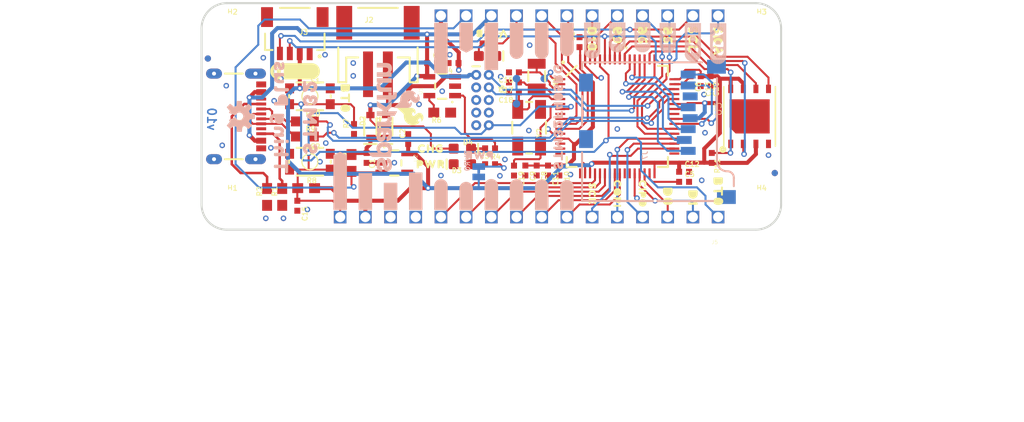
<source format=kicad_pcb>
(kicad_pcb (version 20211014) (generator pcbnew)
  (layers (0 "F.Cu" signal) (31 "B.Cu" signal) (34 "B.Paste" user) (35 "F.Paste" user) (36 "B.SilkS" user "B.Silkscreen") (37 "F.SilkS" user "F.Silkscreen") (38 "B.Mask" user) (39 "F.Mask" user) (44 "Edge.Cuts" user))
  (net 0 "")
  (net 1 "N$9")
  (net 2 "N$10")
  (net 3 "GND")
  (net 4 "3.3V")
  (net 5 "N$7")
  (net 6 "VIN")
  (net 7 "EN")
  (net 8 "V_USB")
  (net 9 "V_BATT")
  (net 10 "N$8")
  (net 11 "N$14")
  (net 12 "N$15")
  (net 13 "N$16")
  (net 14 "N$18")
  (net 15 "~{RESET}")
  (net 16 "SWDIO")
  (net 17 "SWCLK")
  (net 18 "N$3")
  (net 19 "N$6")
  (net 20 "D+")
  (net 21 "D-")
  (net 22 "FLASH_SDI")
  (net 23 "FLASH_SDO")
  (net 24 "FLASH_SCK")
  (net 25 "FLASH_~{CS}")
  (net 26 "32KHZ_OUT")
  (net 27 "OSC_IN")
  (net 28 "OSC_OUT")
  (net 29 "32KHZ_IN")
  (net 30 "D13")
  (net 31 "D12")
  (net 32 "D11")
  (net 33 "D10")
  (net 34 "D9")
  (net 35 "D6")
  (net 36 "D5")
  (net 37 "SCL")
  (net 38 "SDA")
  (net 39 "A0")
  (net 40 "A1")
  (net 41 "A2")
  (net 42 "A3")
  (net 43 "A4")
  (net 44 "A5")
  (net 45 "SCK")
  (net 46 "COPI")
  (net 47 "CIPO")
  (net 48 "D0/RX")
  (net 49 "D1/TX")
  (net 50 "BOOT0")
  (net 51 "N$1")
  (net 52 "SDIO_D3")
  (net 53 "SDIO_D2")
  (net 54 "SDIO_D1")
  (net 55 "SDIO_D0")
  (net 56 "SDIO_CLK")
  (net 57 "SDIO_CMD")
  (net 58 "N$2")
  (net 59 "VB")
  (footprint "boardEagle:0603" (layer "F.Cu") (at 125.8951 113.1316 90)
    (fp_text reference "R2")
    (fp_text value "5.1k")
  )
  (footprint "boardEagle:SOT23-5" (layer "F.Cu") (at 143.5481 101.9556 90)
    (fp_text reference "U1")
    (fp_text value "MCP73831")
  )
  (footprint "boardEagle:0402-TIGHT" (layer "F.Cu") (at 170.5991 101.4476 -90)
    (fp_text reference "C20")
    (fp_text value "0.1uF")
  )
  (footprint "boardEagle:D110" (layer "F.Cu") (at 156.1211 95.2246 -90)
    (fp_text reference "U$56" hide)
    (fp_text value "" hide)
  )
  (footprint "boardEagle:0402-TIGHT" (layer "F.Cu") (at 148.3741 108.2294 180)
    (fp_text reference "R5")
    (fp_text value "1k")
  )
  (footprint "boardEagle:0402-TIGHT" (layer "F.Cu") (at 140.1191 107.2896 90)
    (fp_text reference "C2")
    (fp_text value "1.0uF")
  )
  (footprint "boardEagle:0603" (layer "F.Cu") (at 129.8321 112.2426)
    (fp_text reference "R8")
    (fp_text value "4.7k")
  )
  (footprint "boardEagle:0402-TIGHT" (layer "F.Cu") (at 150.7871 110.4726 -90)
    (fp_text reference "C19")
    (fp_text value "22pF")
  )
  (footprint "boardEagle:SOT23-5" (layer "F.Cu") (at 138.7221 109.7026 -90)
    (fp_text reference "U2")
    (fp_text value "3.3V")
  )
  (footprint "boardEagle:A30" (layer "F.Cu") (at 151.0411 114.7826 -90)
    (fp_text reference "U$41" hide)
    (fp_text value "" hide)
  )
  (footprint "boardEagle:0402-TIGHT" (layer "F.Cu") (at 154.2161 110.4646 -90)
    (fp_text reference "C11")
    (fp_text value "0.1uF")
  )
  (footprint "boardEagle:0402-TIGHT" (layer "F.Cu") (at 144.6911 99.6188 180)
    (fp_text reference "C4")
    (fp_text value "4.7uF")
  )
  (footprint "boardEagle:0402-TIGHT" (layer "F.Cu") (at 148.1201 97.6376)
    (fp_text reference "R12")
    (fp_text value "1k")
  )
  (footprint "boardEagle:1X16_SM_SQ_NOSILK" (layer "F.Cu") (at 171.3611 115.1636 180)
    (fp_text reference "J5")
    (fp_text value "")
  )
  (footprint "boardEagle:CIPO0" (layer "F.Cu") (at 163.7411 114.7826 -90)
    (fp_text reference "U$46" hide)
    (fp_text value "" hide)
  )
  (footprint "boardEagle:STAND-OFF-TIGHT" (layer "F.Cu") (at 175.1711 96.1136)
    (fp_text reference "H3")
    (fp_text value "STAND-OFFTIGHT")
  )
  (footprint "boardEagle:COPI0" (layer "F.Cu") (at 161.2011 114.7826 -90)
    (fp_text reference "U$45" hide)
    (fp_text value "" hide)
  )
  (footprint "boardEagle:0402-TIGHT" (layer "F.Cu") (at 150.7791 100.5586 180)
    (fp_text reference "C16")
    (fp_text value "15pF")
  )
  (footprint "boardEagle:SOD-323" (layer "F.Cu") (at 136.3091 106.0196 90)
    (fp_text reference "D2")
    (fp_text value "3A/10V/280mV")
  )
  (footprint "boardEagle:A00" (layer "F.Cu") (at 143.4211 114.7826 -90)
    (fp_text reference "U$38" hide)
    (fp_text value "" hide)
  )
  (footprint "boardEagle:FIDUCIAL-MICRO" (layer "F.Cu") (at 177.0761 110.7186)
    (fp_text reference "FD3" hide)
    (fp_text value "FIDUCIALUFIDUCIAL" hide)
  )
  (footprint "boardEagle:1X12_SM_SQ_NOSILK" (layer "F.Cu") (at 171.3611 94.8436 180)
    (fp_text reference "J4")
    (fp_text value "")
  )
  (footprint "boardEagle:0603" (layer "F.Cu") (at 129.7051 105.5116)
    (fp_text reference "R10")
    (fp_text value "22")
  )
  (footprint "boardEagle:D10" (layer "F.Cu") (at 168.8211 114.7826 -90)
    (fp_text reference "U$48" hide)
    (fp_text value "" hide)
  )
  (footprint "boardEagle:PWR0" (layer "F.Cu") (at 142.4051 109.8296)
    (fp_text reference "U$5" hide)
    (fp_text value "" hide)
  )
  (footprint "boardEagle:A10" (layer "F.Cu") (at 145.9611 114.7826 -90)
    (fp_text reference "U$39" hide)
    (fp_text value "" hide)
  )
  (footprint "boardEagle:VUSB0" (layer "F.Cu") (at 148.5011 96.6216 180)
    (fp_text reference "U$61" hide)
    (fp_text value "" hide)
  )
  (footprint "boardEagle:0603" (layer "F.Cu") (at 143.5481 104.6226 180)
    (fp_text reference "R6")
    (fp_text value "2.0k")
  )
  (footprint "boardEagle:USB-C-16P-2LAYER-PADS" (layer "F.Cu") (at 125.6411 105.0036 -90)
    (fp_text reference "J1")
    (fp_text value "")
  )
  (footprint "boardEagle:LED-0603" (layer "F.Cu") (at 145.5801 109.8296 180)
    (fp_text reference "D3")
    (fp_text value "RED")
  )
  (footprint "boardEagle:0603" (layer "F.Cu") (at 129.7051 107.0356)
    (fp_text reference "R9")
    (fp_text value "22")
  )
  (footprint "boardEagle:D130" (layer "F.Cu") (at 151.0411 97.2566 -90)
    (fp_text reference "U$4" hide)
    (fp_text value "" hide)
  )
  (footprint "boardEagle:0603" (layer "F.Cu") (at 134.4041 109.7026 90)
    (fp_text reference "R3")
    (fp_text value "10k")
  )
  (footprint "boardEagle:0402-TIGHT" (layer "F.Cu") (at 150.7791 102.5906 180)
    (fp_text reference "C18")
    (fp_text value "22pF")
  )
  (footprint "boardEagle:LED-0603" (layer "F.Cu") (at 145.5801 108.2548)
    (fp_text reference "D4")
    (fp_text value "Yellow")
  )
  (footprint "boardEagle:0402-TIGHT" (layer "F.Cu") (at 128.9431 114.0206 -90)
    (fp_text reference "C15")
    (fp_text value "0.1uF")
  )
  (footprint "boardEagle:STAND-OFF-TIGHT" (layer "F.Cu") (at 121.8311 96.1136)
    (fp_text reference "H2")
    (fp_text value "STAND-OFFTIGHT")
  )
  (footprint "boardEagle:CRYSTAL-SMD-5X3.2-4PAD" (layer "F.Cu") (at 152.3111 106.1466 -90)
    (fp_text reference "Y2")
    (fp_text value "12MHz")
  )
  (footprint "boardEagle:STAND-OFF-TIGHT" (layer "F.Cu") (at 175.1711 113.8936)
    (fp_text reference "H4")
    (fp_text value "STAND-OFFTIGHT")
  )
  (footprint "boardEagle:0402-TIGHT" (layer "F.Cu") (at 167.9321 111.6076)
    (fp_text reference "C5")
    (fp_text value "2.2uF")
  )
  (footprint "boardEagle:FIDUCIAL-MICRO" (layer "F.Cu") (at 119.9261 99.1616)
    (fp_text reference "FD1" hide)
    (fp_text value "FIDUCIALUFIDUCIAL" hide)
  )
  (footprint "boardEagle:0402-TIGHT" (layer "F.Cu") (at 157.3911 97.5106 90)
    (fp_text reference "C14")
    (fp_text value "0.1uF")
  )
  (footprint "boardEagle:VBAT_0" (layer "F.Cu") (at 143.4211 95.2246 -90)
    (fp_text reference "U$50" hide)
    (fp_text value "" hide)
  )
  (footprint "boardEagle:0603" (layer "F.Cu") (at 127.4191 113.1316 90)
    (fp_text reference "R1")
    (fp_text value "5.1k")
  )
  (footprint "boardEagle:0402-TIGHT" (layer "F.Cu") (at 134.6581 106.2736 90)
    (fp_text reference "R7")
    (fp_text value "100k")
  )
  (footprint "boardEagle:0402-TIGHT" (layer "F.Cu") (at 155.3591 110.4646 -90)
    (fp_text reference "C10")
    (fp_text value "4.7uF")
  )
  (footprint "boardEagle:TACTILE_SWITCH_SMD_4.6X2.8MM" (layer "F.Cu") (at 130.2131 109.5756)
    (fp_text reference "S2")
    (fp_text value "")
  )
  (footprint "boardEagle:WSON-8-6X5" (layer "F.Cu") (at 174.5361 105.0036 90)
    (fp_text reference "U3")
    (fp_text value "W25QXX128MBIT-6X5")
  )
  (footprint "boardEagle:SOD-323" (layer "F.Cu") (at 137.8966 106.0196 90)
    (fp_text reference "D1")
    (fp_text value "3A/10V/280mV")
  )
  (footprint "boardEagle:GND0" (layer "F.Cu") (at 140.8811 114.9096 -90)
    (fp_text reference "U$37" hide)
    (fp_text value "" hide)
  )
  (footprint "boardEagle:CREATIVE_COMMONS" (layer "F.Cu") (at 119.2911 135.4836)
    (fp_text reference "FRAME1" hide)
    (fp_text value "FRAME-LETTER" hide)
  )
  (footprint "boardEagle:D90" (layer "F.Cu") (at 161.2011 95.2246 -90)
    (fp_text reference "U$54" hide)
    (fp_text value "" hide)
  )
  (footprint "boardEagle:#RST#0" (layer "F.Cu") (at 133.2611 110.4646 -90)
    (fp_text reference "U$2" hide)
    (fp_text value "" hide)
  )
  (footprint "boardEagle:SCL_0" (layer "F.Cu") (at 168.8211 95.2246 -90)
    (fp_text reference "U$59" hide)
    (fp_text value "" hide)
  )
  (footprint "boardEagle:0402-TIGHT" (layer "F.Cu") (at 167.9321 110.5916)
    (fp_text reference "C12")
    (fp_text value "0.1uF")
  )
  (footprint "boardEagle:D00" (layer "F.Cu") (at 166.2811 114.7826 -90)
    (fp_text reference "U$47" hide)
    (fp_text value "" hide)
  )
  (footprint "boardEagle:SFE_LOGO_FLAME_.1" (layer "F.Cu") (at 140.3731 105.0036 -90)
    (fp_text reference "U$65" hide)
    (fp_text value "" hide)
  )
  (footprint "boardEagle:CHG0" (layer "F.Cu") (at 142.4051 108.2548)
    (fp_text reference "U$6" hide)
    (fp_text value "" hide)
  )
  (footprint "boardEagle:A50" (layer "F.Cu") (at 156.1211 114.7826 -90)
    (fp_text reference "U$43" hide)
    (fp_text value "" hide)
  )
  (footprint "boardEagle:0402-TIGHT" (layer "F.Cu") (at 135.9281 109.1946 -90)
    (fp_text reference "C1")
    (fp_text value "1.0uF")
  )
  (footprint "boardEagle:0402-TIGHT" (layer "F.Cu") (at 148.3741 109.8296)
    (fp_text reference "R4")
    (fp_text value "1k")
  )
  (footprint "boardEagle:STAND-OFF-TIGHT" (layer "F.Cu") (at 121.8311 113.8936)
    (fp_text reference "H1")
    (fp_text value "STAND-OFFTIGHT")
  )
  (footprint "boardEagle:A20" (layer "F.Cu") (at 148.5011 114.7826 -90)
    (fp_text reference "U$40" hide)
    (fp_text value "" hide)
  )
  (footprint "boardEagle:QWIIC_5MM" (layer "F.Cu") (at 128.6891 100.4316)
    (fp_text reference "LOGO1" hide)
    (fp_text value "QWIIC_LOGO_5MM" hide)
  )
  (footprint "boardEagle:JST-2-SMD" (layer "F.Cu") (at 137.0711 97.0534)
    (fp_text reference "J2")
    (fp_text value "")
  )
  (footprint "boardEagle:A40" (layer "F.Cu") (at 153.5811 114.7826 -90)
    (fp_text reference "U$42" hide)
    (fp_text value "" hide)
  )
  (footprint "boardEagle:0402-TIGHT" (layer "F.Cu") (at 151.9301 110.4646 -90)
    (fp_text reference "C9")
    (fp_text value "1.0uF")
  )
  (footprint "boardEagle:D60" (layer "F.Cu") (at 163.7411 95.2246 -90)
    (fp_text reference "U$53" hide)
    (fp_text value "" hide)
  )
  (footprint "boardEagle:BT00" (layer "F.Cu") (at 171.3611 114.7826 -90)
    (fp_text reference "U$49" hide)
    (fp_text value "" hide)
  )
  (footprint "boardEagle:LED-0603" (layer "F.Cu") (at 148.1201 98.9076)
    (fp_text reference "D5")
    (fp_text value "BLUE")
  )
  (footprint "boardEagle:3V30" (layer "F.Cu") (at 135.8011 114.9096 -90)
    (fp_text reference "U$35" hide)
    (fp_text value "" hide)
  )
  (footprint "boardEagle:D100" (layer "F.Cu") (at 158.6611 95.2246 -90)
    (fp_text reference "U$55" hide)
    (fp_text value "" hide)
  )
  (footprint "boardEagle:JST04_1MM_RA" (layer "F.Cu") (at 128.6891 98.6536 180)
    (fp_text reference "J3")
    (fp_text value "QWIIC_RA")
  )
  (footprint "boardEagle:D120" (layer "F.Cu") (at 153.5811 95.2246 -90)
    (fp_text reference "U$57" hide)
    (fp_text value "" hide)
  )
  (footprint "boardEagle:NC0" (layer "F.Cu") (at 138.3411 114.9096 -90)
    (fp_text reference "U$36" hide)
    (fp_text value "" hide)
  )
  (footprint "boardEagle:0402-TIGHT" (layer "F.Cu") (at 168.5925 101.4476 -90)
    (fp_text reference "C6")
    (fp_text value "2.2uF")
  )
  (footprint "boardEagle:SDA_0" (layer "F.Cu") (at 171.3611 95.2246 -90)
    (fp_text reference "U$60" hide)
    (fp_text value "" hide)
  )
  (footprint "boardEagle:0402-TIGHT" (layer "F.Cu") (at 170.7261 109.1946 -90)
    (fp_text reference "R11")
    (fp_text value "100k")
  )
  (footprint "boardEagle:CRYSTAL-SMD-3.2X1.5MM" (layer "F.Cu") (at 153.0731 100.9396 -90)
    (fp_text reference "Y1")
    (fp_text value "32.768kHz")
  )
  (footprint "boardEagle:0402-TIGHT" (layer "F.Cu") (at 150.7791 101.5746 180)
    (fp_text reference "C17")
    (fp_text value "15pF")
  )
  (footprint "boardEagle:0402-TIGHT" (layer "F.Cu") (at 142.5321 99.6188)
    (fp_text reference "C3")
    (fp_text value "4.7uF")
  )
  (footprint "boardEagle:2X5-PTH-1.27MM-NO_SILK" (layer "F.Cu") (at 147.6121 103.3526 -90)
    (fp_text reference "J6")
    (fp_text value "CORTEX_DEBUG")
  )
  (footprint "boardEagle:D50" (layer "F.Cu") (at 166.2811 95.2246 -90)
    (fp_text reference "U$52" hide)
    (fp_text value "" hide)
  )
  (footprint "boardEagle:TACTILE_SWITCH_SMD_4.6X2.8MM" (layer "F.Cu") (at 130.2131 102.9716)
    (fp_text reference "S1")
    (fp_text value "")
  )
  (footprint "boardEagle:BT00" (layer "F.Cu") (at 133.7691 105.3846 -90)
    (fp_text reference "U$3" hide)
    (fp_text value "" hide)
  )
  (footprint "boardEagle:0402-TIGHT" (layer "F.Cu") (at 153.0731 110.4646 -90)
    (fp_text reference "C8")
    (fp_text value "0.1uF")
  )
  (footprint "boardEagle:EN_0" (layer "F.Cu") (at 145.9611 95.2246 -90)
    (fp_text reference "U$51" hide)
    (fp_text value "" hide)
  )
  (footprint "boardEagle:0402-TIGHT" (layer "F.Cu") (at 169.6085 101.4476 -90)
    (fp_text reference "C13")
    (fp_text value "0.1uF")
  )
  (footprint "boardEagle:SCK0" (layer "F.Cu") (at 158.6611 114.5286 -90)
    (fp_text reference "U$44" hide)
    (fp_text value "" hide)
  )
  (footprint "boardEagle:TQFP64" (layer "F.Cu") (at 161.2011 105.0036 -90)
    (fp_text reference "U4")
    (fp_text value "STM32F405RGT6")
  )
  (footprint "boardEagle:#A5#0" (layer "B.Cu") (at 156.1211 114.7826 90)
    (fp_text reference "U$16" hide)
    (fp_text value "" hide)
  )
  (footprint "boardEagle:#D12#0" (layer "B.Cu") (at 153.5811 95.2246 90)
    (fp_text reference "U$30" hide)
    (fp_text value "" hide)
  )
  (footprint "boardEagle:##RESET##0" (layer "B.Cu") (at 133.2611 114.7826 90)
    (fp_text reference "U$7" hide)
    (fp_text value "" hide)
  )
  (footprint "boardEagle:D62" (layer "B.Cu") (at 163.7411 98.6536 90)
    (fp_text reference "U$23" hide)
    (fp_text value "" hide)
  )
  (footprint "boardEagle:THING_PLUS0" (layer "B.Cu") (at 127.2921 105.0036 90)
    (fp_text reference "U$63" hide)
    (fp_text value "" hide)
  )
  (footprint "boardEagle:OSHW-LOGO-S" (layer "B.Cu") (at 123.1011 105.0036 90)
    (fp_text reference "LOGO3" hide)
    (fp_text value "OSHW-LOGOS" hide)
  )
  (footprint "boardEagle:MICRO-SD-SOCKET" (layer "B.Cu") (at 157.6451 99.5426 90)
    (fp_text reference "J7")
    (fp_text value "MICRO-SD")
  )
  (footprint "boardEagle:PAD.03X.03" (layer "B.Cu") (at 151.0411 101.1936 180)
    (fp_text reference "TP1" hide)
    (fp_text value "" hide)
  )
  (footprint "boardEagle:#A3#0" (layer "B.Cu") (at 151.0411 114.7826 90)
    (fp_text reference "U$14" hide)
    (fp_text value "" hide)
  )
  (footprint "boardEagle:SMT-JUMPER_2_NC_TRACE_NO-SILK" (layer "B.Cu") (at 147.2311 110.5916 -90)
    (fp_text reference "PWR0")
    (fp_text value "")
  )
  (footprint "boardEagle:#A4#0" (layer "B.Cu") (at 153.5811 114.7826 90)
    (fp_text reference "U$15" hide)
    (fp_text value "" hide)
  )
  (footprint "boardEagle:#D13#0" (layer "B.Cu") (at 151.0411 95.2246 90)
    (fp_text reference "U$31" hide)
    (fp_text value "" hide)
  )
  (footprint "boardEagle:#VUSB#0" (layer "B.Cu") (at 148.5011 95.2246 90)
    (fp_text reference "U$32" hide)
    (fp_text value "" hide)
  )
  (footprint "boardEagle:PAD.03X.03" (layer "B.Cu") (at 151.0411 103.7336 180)
    (fp_text reference "TP2" hide)
    (fp_text value "" hide)
  )
  (footprint "boardEagle:#A2#0" (layer "B.Cu") (at 148.5011 114.7826 90)
    (fp_text reference "U$13" hide)
    (fp_text value "" hide)
  )
  (footprint "boardEagle:FIDUCIAL-MICRO" (layer "B.Cu") (at 119.9261 99.1616 180)
    (fp_text reference "FD2" hide)
    (fp_text value "FIDUCIALUFIDUCIAL" hide)
  )
  (footprint "boardEagle:D53" (layer "B.Cu") (at 166.2811 98.6536 90)
    (fp_text reference "U$1" hide)
    (fp_text value "" hide)
  )
  (footprint "boardEagle:D91" (layer "B.Cu") (at 161.2011 98.6536 90)
    (fp_text reference "U$24" hide)
    (fp_text value "" hide)
  )
  (footprint "boardEagle:#VBAT#0" (layer "B.Cu") (at 143.4211 95.2246 90)
    (fp_text reference "U$34" hide)
    (fp_text value "" hide)
  )
  (footprint "boardEagle:#GND#0" (layer "B.Cu") (at 140.8811 114.7826 90)
    (fp_text reference "U$10" hide)
    (fp_text value "" hide)
  )
  (footprint "boardEagle:D100" (layer "B.Cu") (at 158.6611 99.2886 90)
    (fp_text reference "U$25" hide)
    (fp_text value "" hide)
  )
  (footprint "boardEagle:STM320" (layer "B.Cu") (at 130.2131 105.0036 90)
    (fp_text reference "U$62" hide)
    (fp_text value "" hide)
  )
  (footprint "boardEagle:SDA5" (layer "B.Cu") (at 171.3611 99.7966 90)
    (fp_text reference "U$27" hide)
    (fp_text value "" hide)
  )
  (footprint "boardEagle:PWR0" (layer "B.Cu") (at 147.2311 108.9406 180)
    (fp_text reference "U$58" hide)
    (fp_text value "" hide)
  )
  (footprint "boardEagle:SFE_LOGO_NAME_FLAME_.1" (layer "B.Cu") (at 137.5791 105.0036 90)
    (fp_text reference "LOGO2" hide)
    (fp_text value "SFE_LOGO_NAME_FLAME.1_INCH" hide)
  )
  (footprint "boardEagle:#D11#0" (layer "B.Cu") (at 156.1211 95.2246 90)
    (fp_text reference "U$29" hide)
    (fp_text value "" hide)
  )
  (footprint "boardEagle:FIDUCIAL-MICRO" (layer "B.Cu") (at 177.0761 110.7186 180)
    (fp_text reference "FD4" hide)
    (fp_text value "FIDUCIALUFIDUCIAL" hide)
  )
  (footprint "boardEagle:#A1#0" (layer "B.Cu") (at 145.9611 114.7826 90)
    (fp_text reference "U$12" hide)
    (fp_text value "" hide)
  )
  (footprint "boardEagle:PAD.03X.03" (layer "B.Cu") (at 153.8351 101.1936 180)
    (fp_text reference "VB0" hide)
    (fp_text value "" hide)
  )
  (footprint "boardEagle:#A0#0" (layer "B.Cu") (at 143.4211 114.7826 90)
    (fp_text reference "U$11" hide)
    (fp_text value "" hide)
  )
  (footprint "boardEagle:SCL4" (layer "B.Cu") (at 168.8211 99.5426 90)
    (fp_text reference "U$26" hide)
    (fp_text value "" hide)
  )
  (footprint "boardEagle:#EN#0" (layer "B.Cu") (at 145.9611 95.2246 90)
    (fp_text reference "U$33" hide)
    (fp_text value "" hide)
  )
  (footprint "boardEagle:STM32F405RG0" (layer "B.Cu") (at 155.2321 105.0036 90)
    (fp_text reference "U$64" hide)
    (fp_text value "" hide)
  )
  (footprint "boardEagle:#NC#0" (layer "B.Cu") (at 138.3411 114.7826 90)
    (fp_text reference "U$9" hide)
    (fp_text value "" hide)
  )
  (footprint "boardEagle:#3V3#0" (layer "B.Cu") (at 135.8011 114.7826 90)
    (fp_text reference "U$8" hide)
    (fp_text value "" hide)
  )
  (gr_line (start 132.7531 109.4486) (end 133.2611 109.4486) (layer "F.SilkS") (width 0.254))
  (gr_line (start 133.2611 109.4486) (end 133.2611 110.7186) (layer "F.SilkS") (width 0.254))
  (gr_arc (start 121.8311 116.4336) (mid 120.035049 115.689651) (end 119.2911 113.8936) (layer "Edge.Cuts") (width 0.2032))
  (gr_arc (start 175.1711 93.5736) (mid 176.967151 94.317549) (end 177.7111 96.1136) (layer "Edge.Cuts") (width 0.2032))
  (gr_arc (start 119.2911 96.1136) (mid 120.035049 94.317549) (end 121.8311 93.5736) (layer "Edge.Cuts") (width 0.2032))
  (gr_arc (start 177.7111 113.8936) (mid 176.967151 115.689651) (end 175.1711 116.4336) (layer "Edge.Cuts") (width 0.2032))
  (gr_line (start 175.1711 93.5736) (end 121.8311 93.5736) (layer "Edge.Cuts") (width 0.2032))
  (gr_line (start 121.8311 116.4336) (end 175.1711 116.4336) (layer "Edge.Cuts") (width 0.2032))
  (gr_line (start 177.7111 113.8936) (end 177.7111 96.1136) (layer "Edge.Cuts") (width 0.2032))
  (gr_line (start 119.2911 96.1136) (end 119.2911 113.8936) (layer "Edge.Cuts") (width 0.2032))
  (gr_text "v10" (at 119.7991 106.5276 -90) (layer "B.Cu") (effects (font (size 0.8636 0.8636) (thickness 0.1524)) (justify left bottom mirror)))
  (segment (start 125.8951 112.2816) (end 125.8951 111.0996) (width 0.254) (layer "F.Cu") (net 1))
  (segment (start 125.5141 110.7186) (end 123.2281 110.7186) (width 0.254) (layer "F.Cu") (net 1))
  (segment (start 122.3391 105.0036) (end 123.5891 103.7536) (width 0.254) (layer "F.Cu") (net 1))
  (segment (start 125.8951 111.0996) (end 125.5141 110.7186) (width 0.254) (layer "F.Cu") (net 1))
  (segment (start 123.5891 103.7536) (end 125.3011 103.7536) (width 0.254) (layer "F.Cu") (net 1))
  (segment (start 123.2281 110.7186) (end 122.3391 109.8296) (width 0.254) (layer "F.Cu") (net 1))
  (segment (start 122.3391 109.8296) (end 122.3391 105.0036) (width 0.254) (layer "F.Cu") (net 1))
  (segment (start 125.3011 106.7536) (end 126.5021 106.7536) (width 0.254) (layer "F.Cu") (net 2))
  (segment (start 127.4191 111.5196) (end 127.4191 112.2816) (width 0.254) (layer "F.Cu") (net 2))
  (segment (start 127.1651 107.4166) (end 127.1651 111.2656) (width 0.254) (layer "F.Cu") (net 2))
  (segment (start 126.5021 106.7536) (end 127.1651 107.4166) (width 0.254) (layer "F.Cu") (net 2))
  (segment (start 127.4191 111.5196) (end 127.1651 111.2656) (width 0.254) (layer "F.Cu") (net 2))
  (segment (start 158.1379 98.3048) (end 157.9511 98.4916) (width 0.2032) (layer "F.Cu") (net 3))
  (segment (start 157.9511 99.8994) (end 159.1691 101.1174) (width 0.2032) (layer "F.Cu") (net 3))
  (segment (start 137.422 109.7026) (end 135.9361 109.7026) (width 0.2032) (layer "F.Cu") (net 3))
  (segment (start 162.9511 113.0274) (end 163.1823 113.2586) (width 0.2032) (layer "F.Cu") (net 3))
  (segment (start 159.1691 101.1174) (end 159.5755 101.1174) (width 0.2032) (layer "F.Cu") (net 3))
  (segment (start 157.9511 99.2536) (end 157.9511 99.8994) (width 0.2032) (layer "F.Cu") (net 3))
  (segment (start 157.9511 99.2536) (end 157.9511 98.4916) (width 0.2032) (layer "F.Cu") (net 3))
  (segment (start 162.9511 110.7536) (end 162.9511 113.0274) (width 0.2032) (layer "F.Cu") (net 3))
  (segment (start 154.6961 106.7536) (end 154.2161 106.2736) (width 0.2032) (layer "F.Cu") (net 3))
  (segment (start 155.4511 106.7536) (end 154.6961 106.7536) (width 0.2032) (layer "F.Cu") (net 3))
  (segment (start 157.3991 97.0026) (end 158.1379 97.0026) (width 0.2032) (layer "F.Cu") (net 3))
  (segment (start 157.3911 97.0106) (end 157.3991 97.0026) (width 0.2032) (layer "F.Cu") (net 3))
  (segment (start 158.1379 98.3048) (end 158.1379 97.0026) (width 0.2032) (layer "F.Cu") (net 3))
  (segment (start 157.9511 110.7536) (end 157.9511 109.8816) (width 0.2032) (layer "F.Cu") (net 3))
  (segment (start 135.9361 109.7026) (end 135.9281 109.6946) (width 0.2032) (layer "F.Cu") (net 3))
  (segment (start 157.9511 109.8816) (end 157.7721 109.7026) (width 0.2032) (layer "F.Cu") (net 3))
  (via (at 141.2113 103.7844) (size 0.5588) (drill 0.3048) (layers "F.Cu" "B.Cu") (net 3))
  (via (at 156.4767 110.871) (size 0.5588) (drill 0.3048) (layers "F.Cu" "B.Cu") (net 3))
  (via (at 126.2761 108.1786) (size 0.5588) (drill 0.3048) (layers "F.Cu" "B.Cu") (net 3))
  (via (at 126.6063 103.4288) (size 0.5588) (drill 0.3048) (layers "F.Cu" "B.Cu") (net 3))
  (via (at 143.5481 102.4636) (size 0.5588) (drill 0.3048) (layers "F.Cu" "B.Cu") (net 3))
  (via (at 143.4211 110.9726) (size 0.5588) (drill 0.3048) (layers "F.Cu" "B.Cu") (net 3))
  (via (at 127.2921 101.1936) (size 0.5588) (drill 0.3048) (layers "F.Cu" "B.Cu") (net 3))
  (via (at 127.5461 115.2906) (size 0.5588) (drill 0.3048) (layers "F.Cu" "B.Cu") (net 3))
  (via (at 176.4411 108.9152) (size 0.5588) (drill 0.3048) (layers "F.Cu" "B.Cu") (net 3))
  (via (at 134.5819 99.6188) (size 0.5588) (drill 0.3048) (layers "F.Cu" "B.Cu") (net 3))
  (via (at 169.7101 111.4552) (size 0.5588) (drill 0.3048) (layers "F.Cu" "B.Cu") (net 3))
  (via (at 170.0403 106.6546) (size 0.5588) (drill 0.3048) (layers "F.Cu" "B.Cu") (net 3))
  (via (at 144.3101 98.7806) (size 0.5588) (drill 0.3048) (layers "F.Cu" "B.Cu") (net 3))
  (via (at 149.3647 110.998) (size 0.5588) (drill 0.3048) (layers "F.Cu" "B.Cu") (net 3))
  (via (at 131.7371 98.7806) (size 0.5588) (drill 0.3048) (layers "F.Cu" "B.Cu") (net 3))
  (via (at 131.8133 107.696) (size 0.5588) (drill 0.3048) (layers "F.Cu" "B.Cu") (net 3))
  (via (at 149.8727 109.347) (size 0.5588) (drill 0.3048) (layers "F.Cu" "B.Cu") (net 3))
  (via (at 134.5819 100.9142) (size 0.5588) (drill 0.3048) (layers "F.Cu" "B.Cu") (net 3))
  (via (at 161.2011 106.2736) (size 0.5588) (drill 0.3048) (layers "F.Cu" "B.Cu") (net 3))
  (via (at 125.7681 115.2906) (size 0.5588) (drill 0.3048) (layers "F.Cu" "B.Cu") (net 3))
  (via (at 131.2291 109.5756) (size 0.5588) (drill 0.3048) (layers "F.Cu" "B.Cu") (net 3))
  (via (at 163.1823 113.2586) (size 0.5588) (drill 0.3048) (layers "F.Cu" "B.Cu") (net 3))
  (via (at 159.5755 101.1174) (size 0.5588) (drill 0.3048) (layers "F.Cu" "B.Cu") (net 3))
  (via (at 121.7803 101.9048) (size 0.5588) (drill 0.3048) (layers "F.Cu" "B.Cu") (net 3))
  (via (at 152.3619 97.8154) (size 0.5588) (drill 0.3048) (layers "F.Cu" "B.Cu") (net 3))
  (via (at 121.3739 107.9246) (size 0.5588) (drill 0.3048) (layers "F.Cu" "B.Cu") (net 3))
  (via (at 169.9387 102.7938) (size 0.5588) (drill 0.3048) (layers "F.Cu" "B.Cu") (net 3))
  (via (at 125.5141 99.0854) (size 0.5588) (drill 0.3048) (layers "F.Cu" "B.Cu") (net 3))
  (via (at 129.9591 114.4016) (size 0.5588) (drill 0.3048) (layers "F.Cu" "B.Cu") (net 3))
  (via (at 154.2161 106.2736) (size 0.5588) (drill 0.3048) (layers "F.Cu" "B.Cu") (net 3))
  (via (at 149.4409 100.9904) (size 0.5588) (drill 0.3048) (layers "F.Cu" "B.Cu") (net 3))
  (via (at 138.7221 109.6772) (size 0.5588) (drill 0.3048) (layers "F.Cu" "B.Cu") (net 3))
  (via (at 152.2857 106.426) (size 0.5588) (drill 0.3048) (layers "F.Cu" "B.Cu") (net 3))
  (segment (start 151.9301 109.9646) (end 153.0731 109.9646) (width 0.2032) (layer "F.Cu") (net 4))
  (segment (start 164.9603 109.6772) (end 158.7373 109.6772) (width 0.4064) (layer "F.Cu") (net 4))
  (segment (start 171.5389 106.68) (end 171.5389 103.6574) (width 0.4064) (layer "F.Cu") (net 4))
  (segment (start 171.2849 100.9476) (end 171.5389 101.2016) (width 0.4064) (layer "F.Cu") (net 4))
  (segment (start 167.8813 100.4824) (end 167.8813 100.8634) (width 0.2032) (layer "F.Cu") (net 4))
  (segment (start 135.8011 113.5126) (end 133.6675 113.5126) (width 0.4064) (layer "F.Cu") (net 4))
  (segment (start 169.9641 108.2548) (end 171.5389 106.68) (width 0.4064) (layer "F.Cu") (net 4))
  (segment (start 156.8323 107.7976) (end 156.8323 109.2962) (width 0.4064) (layer "F.Cu") (net 4))
  (segment (start 142.1257 112.2426) (end 140.3477 112.2426) (width 0.4064) (layer "F.Cu") (net 4))
  (segment (start 171.5389 101.2016) (end 172.6311 101.2016) (width 0.4064) (layer "F.Cu") (net 4))
  (segment (start 158.4511 110.7536) (end 158.4511 109.9634) (width 0.2032) (layer "F.Cu") (net 4))
  (segment (start 154.2161 109.9646) (end 155.3591 109.9646) (width 0.2032) (layer "F.Cu") (net 4))
  (segment (start 167.4911 101.2536) (end 166.9511 101.2536) (width 0.2032) (layer "F.Cu") (net 4))
  (segment (start 167.4321 110.5916) (end 167.4321 109.6772) (width 0.4064) (layer "F.Cu") (net 4))
  (segment (start 157.4511 100.1868) (end 158.7373 101.473) (width 0.2032) (layer "F.Cu") (net 4))
  (segment (start 158.7373 109.6772) (end 158.6103 109.8042) (width 0.4064) (layer "F.Cu") (net 4))
  (segment (start 169.4561 100.3046) (end 168.0591 100.3046) (width 0.2032) (layer "F.Cu") (net 4))
  (segment (start 156.2883 107.2536) (end 156.8323 107.7976) (width 0.2032) (layer "F.Cu") (net 4))
  (segment (start 169.6085 100.457) (end 169.4561 100.3046) (width 0.2032) (layer "F.Cu") (net 4))
  (segment (start 175.1711 107.7786) (end 175.1711 108.8136) (width 0.4064) (layer "F.Cu") (net 4))
  (segment (start 172.6311 102.2286) (end 172.6311 101.2016) (width 0.4064) (layer "F.Cu") (net 4))
  (segment (start 158.7373 101.5746) (end 158.7373 106.0704) (width 0.4064) (layer "F.Cu") (net 4))
  (segment (start 168.0471 104.2536) (end 168.1861 104.1146) (width 0.2032) (layer "F.Cu") (net 4))
  (segment (start 140.1191 107.7896) (end 140.1191 108.6557) (width 0.4064) (layer "F.Cu") (net 4))
  (segment (start 140.0222 108.7526) (end 140.8201 108.7526) (width 0.4064) (layer "F.Cu") (net 4))
  (segment (start 167.8813 100.8634) (end 167.4911 101.2536) (width 0.2032) (layer "F.Cu") (net 4))
  (segment (start 175.1711 108.8136) (end 174.2901 109.6946) (width 0.4064) (layer "F.Cu") (net 4))
  (segment (start 170.0149 103.6574) (end 171.5389 103.6574) (width 0.4064) (layer "F.Cu") (net 4))
  (segment (start 132.3975 112.2426) (end 133.6675 113.5126) (width 0.4064) (layer "F.Cu") (net 4))
  (segment (start 158.4511 109.9634) (end 158.6103 109.8042) (width 0.2032) (layer "F.Cu") (net 4))
  (segment (start 158.7373 106.0704) (end 157.0101 107.7976) (width 0.4064) (layer "F.Cu") (net 4))
  (segment (start 172.6311 101.2016) (end 173.4265 101.2016) (width 0.4064) (layer "F.Cu") (net 4))
  (segment (start 166.9511 104.2536) (end 168.0471 104.2536) (width 0.2032) (layer "F.Cu") (net 4))
  (segment (start 168.0591 100.3046) (end 167.8813 100.4824) (width 0.2032) (layer "F.Cu") (net 4))
  (segment (start 132.2631 102.1716) (end 129.1891 102.1716) (width 0.4064) (layer "F.Cu") (net 4))
  (segment (start 170.5991 100.9476) (end 171.2849 100.9476) (width 0.4064) (layer "F.Cu") (net 4))
  (segment (start 157.4511 99.2536) (end 157.4511 98.0706) (width 0.2032) (layer "F.Cu") (net 4))
  (segment (start 169.6085 100.9476) (end 170.5991 100.9476) (width 0.4064) (layer "F.Cu") (net 4))
  (segment (start 129.1891 98.6536) (end 129.1891 102.1716) (width 0.4064) (layer "F.Cu") (net 4))
  (segment (start 157.0101 107.7976) (end 156.8323 107.7976) (width 0.4064) (layer "F.Cu") (net 4))
  (segment (start 164.9511 109.6772) (end 164.9603 109.6772) (width 0.2032) (layer "F.Cu") (net 4))
  (segment (start 169.6085 100.9476) (end 169.6085 100.457) (width 0.2032) (layer "F.Cu") (net 4))
  (segment (start 168.1861 103.7536) (end 166.9511 103.7536) (width 0.2032) (layer "F.Cu") (net 4))
  (segment (start 167.4321 109.6772) (end 164.9603 109.6772) (width 0.4064) (layer "F.Cu") (net 4))
  (segment (start 164.9511 110.7536) (end 164.9511 109.6772) (width 0.2032) (layer "F.Cu") (net 4))
  (segment (start 130.6821 112.2426) (end 132.3975 112.2426) (width 0.4064) (layer "F.Cu") (net 4))
  (segment (start 135.8011 115.1636) (end 135.8011 113.5126) (width 0.4064) (layer "F.Cu") (net 4))
  (segment (start 140.8201 108.7526) (end 142.1257 110.0582) (width 0.4064) (layer "F.Cu") (net 4))
  (segment (start 169.9641 109.6772) (end 167.4321 109.6772) (width 0.4064) (layer "F.Cu") (net 4))
  (segment (start 157.4511 99.2536) (end 157.4511 100.1868) (width 0.2032) (layer "F.Cu") (net 4))
  (segment (start 170.0149 103.6574) (end 168.2823 103.6574) (width 0.2032) (layer "F.Cu") (net 4))
  (segment (start 129.1891 102.1716) (end 128.1631 102.1716) (width 0.4064) (layer "F.Cu") (net 4))
  (segment (start 171.5389 103.6574) (end 171.5389 101.2016) (width 0.4064) (layer "F.Cu") (net 4))
  (segment (start 156.1639 109.9646) (end 155.3591 109.9646) (width 0.4064) (layer "F.Cu") (net 4))
  (segment (start 173.9011 101.6762) (end 173.9011 102.2286) (width 0.4064) (layer "F.Cu") (net 4))
  (segment (start 170.7261 109.6946) (end 170.7261 109.6772) (width 0.4064) (layer "F.Cu") (net 4))
  (segment (start 139.0777 113.5126) (end 135.8011 113.5126) (width 0.4064) (layer "F.Cu") (net 4))
  (segment (start 140.3477 112.2426) (end 139.0777 113.5126) (width 0.4064) (layer "F.Cu") (net 4))
  (segment (start 156.8323 109.2962) (end 156.1973 109.9312) (width 0.4064) (layer "F.Cu") (net 4))
  (segment (start 153.0731 109.9646) (end 154.2161 109.9646) (width 0.2032) (layer "F.Cu") (net 4))
  (segment (start 174.2901 109.6946) (end 170.7261 109.6946) (width 0.4064) (layer "F.Cu") (net 4))
  (segment (start 168.1861 104.1146) (end 168.1861 103.7536) (width 0.2032) (layer "F.Cu") (net 4))
  (segment (start 168.2823 103.6574) (end 168.1861 103.7536) (width 0.2032) (layer "F.Cu") (net 4))
  (segment (start 140.1191 108.6557) (end 140.0222 108.7526) (width 0.4064) (layer "F.Cu") (net 4))
  (segment (start 156.1973 109.9312) (end 156.1639 109.9646) (width 0.4064) (layer "F.Cu") (net 4))
  (segment (start 155.4511 107.2536) (end 156.2883 107.2536) (width 0.2032) (layer "F.Cu") (net 4))
  (segment (start 142.1257 110.0582) (end 142.1257 112.2426) (width 0.4064) (layer "F.Cu") (net 4))
  (segment (start 158.7373 101.473) (end 158.7373 101.5746) (width 0.2032) (layer "F.Cu") (net 4))
  (segment (start 169.9641 109.6772) (end 169.9641 108.2548) (width 0.4064) (layer "F.Cu") (net 4))
  (segment (start 157.4511 98.0706) (end 157.3911 98.0106) (width 0.2032) (layer "F.Cu") (net 4))
  (segment (start 170.7261 109.6772) (end 169.9641 109.6772) (width 0.4064) (layer "F.Cu") (net 4))
  (segment (start 173.4265 101.2016) (end 173.9011 101.6762) (width 0.4064) (layer "F.Cu") (net 4))
  (via (at 156.1973 109.9312) (size 0.5588) (drill 0.3048) (layers "F.Cu" "B.Cu") (net 4))
  (via (at 142.1257 112.2426) (size 0.5588) (drill 0.3048) (layers "F.Cu" "B.Cu") (net 4))
  (via (at 129.1891 102.1716) (size 0.5588) (drill 0.3048) (layers "F.Cu" "B.Cu") (net 4))
  (via (at 170.0149 103.6574) (size 0.5588) (drill 0.3048) (layers "F.Cu" "B.Cu") (net 4))
  (via (at 158.6103 109.8042) (size 0.5588) (drill 0.3048) (layers "F.Cu" "B.Cu") (net 4))
  (segment (start 170.0149 103.6574) (end 170.0149 104.6018) (width 0.4064) (layer "B.Cu") (net 4))
  (segment (start 142.1257 112.2426) (end 140.6779 110.7948) (width 0.4064) (layer "B.Cu") (net 4))
  (segment (start 139.9159 99.568) (end 137.3123 102.1716) (width 0.4064) (layer "B.Cu") (net 4))
  (segment (start 170.0149 104.6018) (end 169.4341 105.1826) (width 0.4064) (layer "B.Cu") (net 4))
  (segment (start 128.0033 109.4994) (end 128.0033 102.824) (width 0.4064) (layer "B.Cu") (net 4))
  (segment (start 128.6557 102.1716) (end 128.0033 102.824) (width 0.4064) (layer "B.Cu") (net 4))
  (segment (start 156.0703 110.0582) (end 156.1973 109.9312) (width 0.4064) (layer "B.Cu") (net 4))
  (segment (start 142.2019 99.568) (end 139.9159 99.568) (width 0.4064) (layer "B.Cu") (net 4))
  (segment (start 146.2913 100.8126) (end 146.1389 100.965) (width 0.4064) (layer "B.Cu") (net 4))
  (segment (start 129.2987 110.7948) (end 128.0033 109.4994) (width 0.4064) (layer "B.Cu") (net 4))
  (segment (start 137.3123 102.1716) (end 129.1891 102.1716) (width 0.4064) (layer "B.Cu") (net 4))
  (segment (start 158.4833 109.9312) (end 158.6103 109.8042) (width 0.4064) (layer "B.Cu") (net 4))
  (segment (start 168.5451 105.1826) (end 169.4341 105.1826) (width 0.4064) (layer "B.Cu") (net 4))
  (segment (start 147.2311 112.2426) (end 153.4541 112.2426) (width 0.4064) (layer "B.Cu") (net 4))
  (segment (start 142.1257 112.2426) (end 147.2311 112.2426) (width 0.4064) (layer "B.Cu") (net 4))
  (segment (start 143.5989 100.965) (end 142.2019 99.568) (width 0.4064) (layer "B.Cu") (net 4))
  (segment (start 158.4833 109.9312) (end 156.1973 109.9312) (width 0.4064) (layer "B.Cu") (net 4))
  (segment (start 147.2311 111.1123) (end 147.2311 112.2426) (width 0.2032) (layer "B.Cu") (net 4))
  (segment (start 128.6557 102.1716) (end 129.1891 102.1716) (width 0.4064) (layer "B.Cu") (net 4))
  (segment (start 140.6779 110.7948) (end 129.2987 110.7948) (width 0.4064) (layer "B.Cu") (net 4))
  (segment (start 146.9771 100.8126) (end 146.2913 100.8126) (width 0.4064) (layer "B.Cu") (net 4))
  (segment (start 155.6385 110.0582) (end 153.4541 112.2426) (width 0.4064) (layer "B.Cu") (net 4))
  (segment (start 146.1389 100.965) (end 143.5989 100.965) (width 0.4064) (layer "B.Cu") (net 4))
  (segment (start 156.0703 110.0582) (end 155.6385 110.0582) (width 0.4064) (layer "B.Cu") (net 4))
  (segment (start 147.8741 109.8296) (end 146.4571 109.8296) (width 0.2032) (layer "F.Cu") (net 5))
  (segment (start 135.9861 108.7526) (end 135.9281 108.6946) (width 0.4064) (layer "F.Cu") (net 6))
  (segment (start 136.3091 107.1696) (end 137.8966 107.1696) (width 0.6096) (layer "F.Cu") (net 6))
  (segment (start 134.4041 108.8526) (end 134.5621 108.6946) (width 0.4064) (layer "F.Cu") (net 6))
  (segment (start 137.422 108.7526) (end 135.9861 108.7526) (width 0.4064) (layer "F.Cu") (net 6))
  (segment (start 136.3091 107.8046) (end 135.9281 108.1856) (width 0.4064) (layer "F.Cu") (net 6))
  (segment (start 134.5621 108.6946) (end 135.9281 108.6946) (width 0.4064) (layer "F.Cu") (net 6))
  (segment (start 135.9281 108.1856) (end 135.9281 108.6946) (width 0.4064) (layer "F.Cu") (net 6))
  (segment (start 136.3091 107.1696) (end 136.3091 107.8046) (width 0.4064) (layer "F.Cu") (net 6))
  (segment (start 134.5041 110.6526) (end 134.4041 110.5526) (width 0.2032) (layer "F.Cu") (net 7))
  (segment (start 137.422 110.6526) (end 134.5041 110.6526) (width 0.2032) (layer "F.Cu") (net 7))
  (segment (start 134.6327 112.1156) (end 134.4041 111.887) (width 0.2032) (layer "F.Cu") (net 7))
  (segment (start 134.4041 110.5526) (end 134.4041 111.887) (width 0.2032) (layer "F.Cu") (net 7))
  (via (at 134.6327 112.1156) (size 0.5588) (drill 0.3048) (layers "F.Cu" "B.Cu") (net 7))
  (segment (start 125.6411 95.2246) (end 129.1971 95.2246) (width 0.2032) (layer "B.Cu") (net 7))
  (segment (start 134.6327 112.1156) (end 134.5565 112.1918) (width 0.2032) (layer "B.Cu") (net 7))
  (segment (start 125.0823 112.1918) (end 122.7201 109.8296) (width 0.2032) (layer "B.Cu") (net 7))
  (segment (start 130.0861 96.1136) (end 144.6911 96.1136) (width 0.2032) (layer "B.Cu") (net 7))
  (segment (start 134.5565 112.1918) (end 125.0823 112.1918) (width 0.2032) (layer "B.Cu") (net 7))
  (segment (start 125.0061 95.8596) (end 125.6411 95.2246) (width 0.2032) (layer "B.Cu") (net 7))
  (segment (start 125.0061 97.7646) (end 125.0061 95.8596) (width 0.2032) (layer "B.Cu") (net 7))
  (segment (start 144.6911 96.1136) (end 145.9611 94.8436) (width 0.2032) (layer "B.Cu") (net 7))
  (segment (start 129.1971 95.2246) (end 130.0861 96.1136) (width 0.2032) (layer "B.Cu") (net 7))
  (segment (start 122.7201 100.0506) (end 125.0061 97.7646) (width 0.2032) (layer "B.Cu") (net 7))
  (segment (start 122.7201 109.8296) (end 122.7201 100.0506) (width 0.2032) (layer "B.Cu") (net 7))
  (segment (start 141.0081 100.9396) (end 142.0321 100.9396) (width 0.4064) (layer "F.Cu") (net 8))
  (segment (start 142.4051 107.9246) (end 142.4051 106.7816) (width 0.2032) (layer "F.Cu") (net 8))
  (segment (start 136.9441 106.0196) (end 136.3091 105.3846) (width 0.2032) (layer "F.Cu") (net 8))
  (segment (start 141.0081 100.9396) (end 142.0241 100.9396) (width 0.4064) (layer "F.Cu") (net 8))
  (segment (start 136.3091 105.3846) (end 136.3091 104.8696) (width 0.2032) (layer "F.Cu") (net 8))
  (segment (start 125.3011 107.4536) (end 124.6621 107.4536) (width 0.4064) (layer "F.Cu") (net 8))
  (segment (start 142.4051 106.7816) (end 141.6431 106.0196) (width 0.2032) (layer "F.Cu") (net 8))
  (segment (start 142.0321 99.6188) (end 142.0321 100.9396) (width 0.4064) (layer "F.Cu") (net 8))
  (segment (start 136.3091 104.8696) (end 136.3091 103.8606) (width 0.4064) (layer "F.Cu") (net 8))
  (segment (start 142.0241 96.7232) (end 142.0241 100.9396) (width 0.4064) (layer "F.Cu") (net 8))
  (segment (start 124.1171 103.0986) (end 124.1171 103.083275) (width 0.4064) (layer "F.Cu") (net 8))
  (segment (start 141.6431 106.0196) (end 136.9441 106.0196) (width 0.2032) (layer "F.Cu") (net 8))
  (segment (start 142.7353 108.2548) (end 142.4051 107.9246) (width 0.2032) (layer "F.Cu") (net 8))
  (segment (start 124.6621 107.4536) (end 124.1171 106.9086) (width 0.4064) (layer "F.Cu") (net 8))
  (segment (start 125.3011 102.5536) (end 124.646775 102.5536) (width 0.4064) (layer "F.Cu") (net 8))
  (segment (start 144.7031 108.2548) (end 142.7353 108.2548) (width 0.2032) (layer "F.Cu") (net 8))
  (segment (start 124.646775 102.5536) (end 124.1171 103.083275) (width 0.4064) (layer "F.Cu") (net 8))
  (via (at 124.1171 106.9086) (size 0.5588) (drill 0.3048) (layers "F.Cu" "B.Cu") (net 8))
  (via (at 124.1171 103.0986) (size 0.5588) (drill 0.3048) (layers "F.Cu" "B.Cu") (net 8))
  (via (at 141.0081 100.9396) (size 0.5588) (drill 0.3048) (layers "F.Cu" "B.Cu") (net 8))
  (via (at 136.3091 103.8606) (size 0.5588) (drill 0.3048) (layers "F.Cu" "B.Cu") (net 8))
  (via (at 142.0241 96.7232) (size 0.5588) (drill 0.3048) (layers "F.Cu" "B.Cu") (net 8))
  (segment (start 126.4031 102.0826) (end 125.3871 103.0986) (width 0.4064) (layer "B.Cu") (net 8))
  (segment (start 126.4031 96.6216) (end 126.4031 102.0826) (width 0.4064) (layer "B.Cu") (net 8))
  (segment (start 126.9365 96.0882) (end 126.4031 96.6216) (width 0.4064) (layer "B.Cu") (net 8))
  (segment (start 146.6215 96.7232) (end 142.0241 96.7232) (width 0.4064) (layer "B.Cu") (net 8))
  (segment (start 141.0081 100.9396) (end 138.0871 103.8606) (width 0.4064) (layer "B.Cu") (net 8))
  (segment (start 128.9431 96.0882) (end 126.9365 96.0882) (width 0.4064) (layer "B.Cu") (net 8))
  (segment (start 142.0241 96.7232) (end 129.5781 96.7232) (width 0.4064) (layer "B.Cu") (net 8))
  (segment (start 138.0871 103.8606) (end 136.3091 103.8606) (width 0.4064) (layer "B.Cu") (net 8))
  (segment (start 129.5781 96.7232) (end 128.9431 96.0882) (width 0.4064) (layer "B.Cu") (net 8))
  (segment (start 124.1171 106.9086) (end 124.1171 103.0986) (width 0.4064) (layer "B.Cu") (net 8))
  (segment (start 148.5011 94.8436) (end 146.6215 96.7232) (width 0.4064) (layer "B.Cu") (net 8))
  (segment (start 125.3871 103.0986) (end 124.1171 103.0986) (width 0.4064) (layer "B.Cu") (net 8))
  (segment (start 145.2165 99.6442) (end 145.2165 100.33) (width 0.4064) (layer "F.Cu") (net 9))
  (segment (start 144.8482 101.0056) (end 143.8631 101.0056) (width 0.4064) (layer "F.Cu") (net 9))
  (segment (start 138.0871 100.7534) (end 138.0871 103.8606) (width 0.4064) (layer "F.Cu") (net 9))
  (segment (start 138.0711 100.7534) (end 138.0871 100.7534) (width 0.4064) (layer "F.Cu") (net 9))
  (segment (start 139.4841 103.8606) (end 138.0871 103.8606) (width 0.4064) (layer "F.Cu") (net 9))
  (segment (start 145.2165 100.33) (end 145.2165 98.544) (width 0.4064) (layer "F.Cu") (net 9))
  (segment (start 140.1191 102.3366) (end 140.1191 103.2256) (width 0.4064) (layer "F.Cu") (net 9))
  (segment (start 145.2165 98.544) (end 143.4211 96.7486) (width 0.4064) (layer "F.Cu") (net 9))
  (segment (start 143.4211 96.7486) (end 143.4211 94.8436) (width 0.4064) (layer "F.Cu") (net 9))
  (segment (start 137.8966 104.0511) (end 137.8966 104.8696) (width 0.4064) (layer "F.Cu") (net 9))
  (segment (start 138.0871 103.8606) (end 137.8966 104.0511) (width 0.4064) (layer "F.Cu") (net 9))
  (segment (start 142.9131 101.9556) (end 140.5001 101.9556) (width 0.4064) (layer "F.Cu") (net 9))
  (segment (start 145.1911 99.6188) (end 145.2165 99.6442) (width 0.4064) (layer "F.Cu") (net 9))
  (segment (start 143.8631 101.0056) (end 142.9131 101.9556) (width 0.4064) (layer "F.Cu") (net 9))
  (segment (start 140.1191 103.2256) (end 139.4841 103.8606) (width 0.4064) (layer "F.Cu") (net 9))
  (segment (start 140.5001 101.9556) (end 140.1191 102.3366) (width 0.4064) (layer "F.Cu") (net 9))
  (via (at 145.2165 100.33) (size 0.5588) (drill 0.3048) (layers "F.Cu" "B.Cu") (net 9))
  (segment (start 142.6981 103.8606) (end 142.6981 104.6226) (width 0.2032) (layer "F.Cu") (net 10))
  (segment (start 142.248 102.9056) (end 142.248 103.4105) (width 0.2032) (layer "F.Cu") (net 10))
  (segment (start 142.6981 103.8606) (end 142.248 103.4105) (width 0.2032) (layer "F.Cu") (net 10))
  (segment (start 147.8741 108.2294) (end 147.8487 108.2548) (width 0.254) (layer "F.Cu") (net 11))
  (segment (start 146.4571 108.2548) (end 147.8487 108.2548) (width 0.254) (layer "F.Cu") (net 11))
  (segment (start 145.8341 103.0986) (end 145.8341 106.6546) (width 0.2032) (layer "F.Cu") (net 12))
  (segment (start 145.6411 102.9056) (end 145.8341 103.0986) (width 0.2032) (layer "F.Cu") (net 12))
  (segment (start 148.8741 107.6626) (end 148.8741 108.2294) (width 0.2032) (layer "F.Cu") (net 12))
  (segment (start 148.5265 107.315) (end 148.8741 107.6626) (width 0.2032) (layer "F.Cu") (net 12))
  (segment (start 145.8341 106.6546) (end 146.4945 107.315) (width 0.2032) (layer "F.Cu") (net 12))
  (segment (start 146.4945 107.315) (end 148.5265 107.315) (width 0.2032) (layer "F.Cu") (net 12))
  (segment (start 144.8482 102.9056) (end 145.6411 102.9056) (width 0.2032) (layer "F.Cu") (net 12))
  (segment (start 164.7571 111.6076) (end 164.4511 111.3016) (width 0.2032) (layer "F.Cu") (net 13))
  (segment (start 164.4511 111.3016) (end 164.4511 110.7536) (width 0.2032) (layer "F.Cu") (net 13))
  (segment (start 167.4321 111.6076) (end 164.7571 111.6076) (width 0.2032) (layer "F.Cu") (net 13))
  (segment (start 167.7865 101.7536) (end 166.9511 101.7536) (width 0.2032) (layer "F.Cu") (net 14))
  (segment (start 168.5925 100.9476) (end 167.7865 101.7536) (width 0.2032) (layer "F.Cu") (net 14))
  (segment (start 128.9431 113.5206) (end 128.9431 113.5126) (width 0.2032) (layer "F.Cu") (net 15))
  (segment (start 128.9821 112.2426) (end 128.9821 110.3756) (width 0.2032) (layer "F.Cu") (net 15))
  (segment (start 133.2611 115.1636) (end 133.2611 114.2746) (width 0.2032) (layer "F.Cu") (net 15))
  (segment (start 130.0861 108.7246) (end 130.0861 110.3756) (width 0.2032) (layer "F.Cu") (net 15))
  (segment (start 130.0861 110.3756) (end 132.2631 110.3756) (width 0.2032) (layer "F.Cu") (net 15))
  (segment (start 128.9431 112.2426) (end 128.9821 112.2426) (width 0.2032) (layer "F.Cu") (net 15))
  (segment (start 155.4511 104.2536) (end 156.2869 104.2536) (width 0.2032) (layer "F.Cu") (net 15))
  (segment (start 132.4991 113.5126) (end 128.9431 113.5126) (width 0.2032) (layer "F.Cu") (net 15))
  (segment (start 156.2869 104.2536) (end 156.5275 104.013) (width 0.2032) (layer "F.Cu") (net 15))
  (segment (start 130.0861 110.3756) (end 128.9821 110.3756) (width 0.2032) (layer "F.Cu") (net 15))
  (segment (start 133.2611 114.2746) (end 132.4991 113.5126) (width 0.2032) (layer "F.Cu") (net 15))
  (segment (start 128.1631 110.3756) (end 128.9821 110.3756) (width 0.2032) (layer "F.Cu") (net 15))
  (segment (start 128.9431 113.5126) (end 128.9431 112.2426) (width 0.2032) (layer "F.Cu") (net 15))
  (via (at 130.0861 108.7246) (size 0.5588) (drill 0.3048) (layers "F.Cu" "B.Cu") (net 15))
  (via (at 156.5275 104.013) (size 0.5588) (drill 0.3048) (layers "F.Cu" "B.Cu") (net 15))
  (segment (start 153.3017 104.013) (end 151.4221 105.8926) (width 0.2032) (layer "B.Cu") (net 15))
  (segment (start 153.3017 104.013) (end 156.5275 104.013) (width 0.2032) (layer "B.Cu") (net 15))
  (segment (start 130.3655 104.6734) (end 133.0325 104.6734) (width 0.2032) (layer "B.Cu") (net 15))
  (segment (start 147.4851 106.7816) (end 148.2471 106.0196) (width 0.2032) (layer "B.Cu") (net 15))
  (segment (start 130.0861 104.9528) (end 130.3655 104.6734) (width 0.2032) (layer "B.Cu") (net 15))
  (segment (start 134.5057 106.1466) (end 144.8181 106.1466) (width 0.2032) (layer "B.Cu") (net 15))
  (segment (start 130.0861 108.7246) (end 130.0861 104.9528) (width 0.2032) (layer "B.Cu") (net 15))
  (segment (start 151.4221 105.8926) (end 148.2471 105.8926) (width 0.2032) (layer "B.Cu") (net 15))
  (segment (start 148.2471 105.8926) (end 148.2471 106.0196) (width 0.2032) (layer "B.Cu") (net 15))
  (segment (start 144.8181 106.1466) (end 145.4531 106.7816) (width 0.2032) (layer "B.Cu") (net 15))
  (segment (start 133.0325 104.6734) (end 134.5057 106.1466) (width 0.2032) (layer "B.Cu") (net 15))
  (segment (start 145.4531 106.7816) (end 147.4851 106.7816) (width 0.2032) (layer "B.Cu") (net 15))
  (segment (start 166.9511 102.2536) (end 165.9323 102.2536) (width 0.2032) (layer "F.Cu") (net 16))
  (segment (start 165.9323 102.2536) (end 164.2491 103.9368) (width 0.2032) (layer "F.Cu") (net 16))
  (via (at 164.2491 103.9368) (size 0.5588) (drill 0.3048) (layers "F.Cu" "B.Cu") (net 16))
  (segment (start 158.1531 103.9368) (end 156.5275 102.3112) (width 0.2032) (layer "B.Cu") (net 16))
  (segment (start 156.5275 102.3112) (end 151.0411 102.3112) (width 0.2032) (layer "B.Cu") (net 16))
  (segment (start 151.0411 101.1936) (end 151.0411 102.3112) (width 0.2032) (layer "B.Cu") (net 16))
  (segment (start 151.0411 102.3112) (end 149.7457 102.3112) (width 0.2032) (layer "B.Cu") (net 16))
  (segment (start 164.2491 103.9368) (end 158.1531 103.9368) (width 0.2032) (layer "B.Cu") (net 16))
  (segment (start 149.7457 102.3112) (end 148.2471 100.8126) (width 0.2032) (layer "B.Cu") (net 16))
  (segment (start 164.9511 99.2536) (end 164.9511 100.950288) (width 0.2032) (layer "F.Cu") (net 17))
  (segment (start 162.9029 102.998488) (end 162.9029 104.1654) (width 0.2032) (layer "F.Cu") (net 17))
  (segment (start 162.9029 104.1654) (end 162.6489 104.4194) (width 0.2032) (layer "F.Cu") (net 17))
  (segment (start 164.9511 100.950288) (end 162.9029 102.998488) (width 0.2032) (layer "F.Cu") (net 17))
  (via (at 162.6489 104.4194) (size 0.5588) (drill 0.3048) (layers "F.Cu" "B.Cu") (net 17))
  (segment (start 156.3751 102.7684) (end 151.0411 102.7684) (width 0.2032) (layer "B.Cu") (net 17))
  (segment (start 158.0261 104.4194) (end 156.3751 102.7684) (width 0.2032) (layer "B.Cu") (net 17))
  (segment (start 151.0411 102.7684) (end 148.9329 102.7684) (width 0.2032) (layer "B.Cu") (net 17))
  (segment (start 162.6489 104.4194) (end 158.0261 104.4194) (width 0.2032) (layer "B.Cu") (net 17))
  (segment (start 148.9329 102.7684) (end 148.2471 102.0826) (width 0.2032) (layer "B.Cu") (net 17))
  (segment (start 151.0411 103.7336) (end 151.0411 102.7684) (width 0.2032) (layer "B.Cu") (net 17))
  (segment (start 124.2441 105.537) (end 124.2441 105.0036) (width 0.2032) (layer "F.Cu") (net 18))
  (segment (start 125.3011 105.7536) (end 124.4607 105.7536) (width 0.2032) (layer "F.Cu") (net 18))
  (segment (start 124.4607 105.7536) (end 124.2441 105.537) (width 0.2032) (layer "F.Cu") (net 18))
  (segment (start 127.3817 105.7536) (end 128.6637 107.0356) (width 0.2032) (layer "F.Cu") (net 18))
  (segment (start 128.6637 107.0356) (end 128.8551 107.0356) (width 0.2032) (layer "F.Cu") (net 18))
  (segment (start 124.2441 105.0036) (end 124.4941 104.7536) (width 0.2032) (layer "F.Cu") (net 18))
  (segment (start 125.3011 104.7536) (end 124.4941 104.7536) (width 0.2032) (layer "F.Cu") (net 18))
  (segment (start 125.3011 105.7536) (end 127.3817 105.7536) (width 0.2032) (layer "F.Cu") (net 18))
  (segment (start 126.1611 104.2536) (end 126.4031 104.4956) (width 0.2032) (layer "F.Cu") (net 19))
  (segment (start 125.3011 104.2536) (end 126.1611 104.2536) (width 0.2032) (layer "F.Cu") (net 19))
  (segment (start 126.4031 104.4956) (end 126.4031 105.2536) (width 0.2032) (layer "F.Cu") (net 19))
  (segment (start 127.8255 105.5116) (end 127.5675 105.2536) (width 0.2032) (layer "F.Cu") (net 19))
  (segment (start 125.3011 105.2536) (end 126.4031 105.2536) (width 0.2032) (layer "F.Cu") (net 19))
  (segment (start 127.5675 105.2536) (end 126.4031 105.2536) (width 0.2032) (layer "F.Cu") (net 19))
  (segment (start 127.8255 105.5116) (end 128.8551 105.5116) (width 0.2032) (layer "F.Cu") (net 19))
  (segment (start 131.9521 106.6546) (end 131.5711 107.0356) (width 0.2032) (layer "F.Cu") (net 20))
  (segment (start 165.4271 103.5156) (end 165.4271 104.0796) (width 0.2032) (layer "F.Cu") (net 20))
  (segment (start 130.5551 107.0356) (end 131.5711 107.0356) (width 0.2032) (layer "F.Cu") (net 20))
  (segment (start 165.4271 104.0796) (end 164.3253 105.1814) (width 0.2032) (layer "F.Cu") (net 20))
  (segment (start 166.1891 102.7536) (end 165.4271 103.5156) (width 0.2032) (layer "F.Cu") (net 20))
  (segment (start 132.6261 106.6546) (end 131.9521 106.6546) (width 0.2032) (layer "F.Cu") (net 20))
  (segment (start 166.9511 102.7536) (end 166.1891 102.7536) (width 0.2032) (layer "F.Cu") (net 20))
  (segment (start 164.3253 105.1814) (end 164.1983 105.1814) (width 0.2032) (layer "F.Cu") (net 20))
  (via (at 132.6261 106.6546) (size 0.5588) (drill 0.3048) (layers "F.Cu" "B.Cu") (net 20))
  (via (at 164.1983 105.1814) (size 0.5588) (drill 0.3048) (layers "F.Cu" "B.Cu") (net 20))
  (segment (start 154.3939 107.1626) (end 133.1341 107.1626) (width 0.2032) (layer "B.Cu") (net 20))
  (segment (start 164.1983 105.1814) (end 164.1507 105.1338) (width 0.2) (layer "B.Cu") (net 20))
  (segment (start 132.6261 106.6546) (end 133.1341 107.1626) (width 0.2032) (layer "B.Cu") (net 20))
  (segment (start 164.1507 105.1338) (end 156.4227 105.1338) (width 0.2) (layer "B.Cu") (net 20))
  (segment (start 156.4227 105.1338) (end 154.3939 107.1626) (width 0.2032) (layer "B.Cu") (net 20))
  (segment (start 166.9511 103.2536) (end 166.29805 103.2536) (width 0.2032) (layer "F.Cu") (net 21))
  (segment (start 165.795575 104.264075) (end 164.627175 105.432475) (width 0.2032) (layer "F.Cu") (net 21))
  (segment (start 130.5551 105.5116) (end 131.889506 105.5116) (width 0.2032) (layer "F.Cu") (net 21))
  (segment (start 132.2451 105.867194) (end 132.2451 105.8672) (width 0.2032) (layer "F.Cu") (net 21))
  (segment (start 164.627175 105.432475) (end 164.627175 105.686475) (width 0.2032) (layer "F.Cu") (net 21))
  (segment (start 166.29805 103.2536) (end 165.795575 103.756075) (width 0.2032) (layer "F.Cu") (net 21))
  (segment (start 165.795575 103.756075) (end 165.795575 104.264075) (width 0.2032) (layer "F.Cu") (net 21))
  (segment (start 131.889506 105.5116) (end 132.2451 105.867194) (width 0.2032) (layer "F.Cu") (net 21))
  (via (at 132.2451 105.8672) (size 0.5588) (drill 0.3048) (layers "F.Cu" "B.Cu") (net 21))
  (via (at 164.627175 105.686475) (size 0.5588) (drill 0.3048) (layers "F.Cu" "B.Cu") (net 21))
  (segment (start 132.2451 105.8672) (end 132.0165 106.0958) (width 0.2032) (layer "B.Cu") (net 21))
  (segment (start 164.627175 105.686475) (end 163.992175 105.686475) (width 0.2) (layer "B.Cu") (net 21))
  (segment (start 154.54045 107.4674) (end 132.5499 107.4674) (width 0.2032) (layer "B.Cu") (net 21))
  (segment (start 156.54705 105.4608) (end 154.54045 107.4674) (width 0.2032) (layer "B.Cu") (net 21))
  (segment (start 132.0165 106.0958) (end 132.0165 106.934) (width 0.2032) (layer "B.Cu") (net 21))
  (segment (start 163.992175 105.686475) (end 163.7665 105.4608) (width 0.2) (layer "B.Cu") (net 21))
  (segment (start 163.7665 105.4608) (end 156.54705 105.4608) (width 0.2) (layer "B.Cu") (net 21))
  (segment (start 132.5499 107.4674) (end 132.0165 106.934) (width 0.2032) (layer "B.Cu") (net 21))
  (segment (start 174.3329 98.9838) (end 171.2849 98.9838) (width 0.2032) (layer "F.Cu") (net 22))
  (segment (start 176.4411 101.092) (end 174.3329 98.9838) (width 0.2032) (layer "F.Cu") (net 22))
  (segment (start 169.2529 96.9518) (end 162.0647 96.9518) (width 0.2032) (layer "F.Cu") (net 22))
  (segment (start 162.0647 96.9518) (end 160.9511 98.0654) (width 0.2032) (layer "F.Cu") (net 22))
  (segment (start 160.9511 99.2536) (end 160.9511 98.0654) (width 0.2032) (layer "F.Cu") (net 22))
  (segment (start 171.2849 98.9838) (end 169.2529 96.9518) (width 0.2032) (layer "F.Cu") (net 22))
  (segment (start 176.4411 102.2286) (end 176.4411 101.092) (width 0.2032) (layer "F.Cu") (net 22))
  (segment (start 161.4511 99.2536) (end 161.4511 98.429) (width 0.2032) (layer "F.Cu") (net 23))
  (segment (start 161.4511 98.429) (end 162.4457 97.4344) (width 0.2032) (layer "F.Cu") (net 23))
  (segment (start 173.9773 108.8136) (end 173.9011 108.7374) (width 0.2032) (layer "F.Cu") (net 23))
  (segment (start 173.8503 99.4156) (end 174.0535 99.6188) (width 0.2032) (layer "F.Cu") (net 23))
  (segment (start 170.8531 99.4156) (end 168.8719 97.4344) (width 0.2032) (layer "F.Cu") (net 23))
  (segment (start 173.8503 99.4156) (end 170.8531 99.4156) (width 0.2032) (layer "F.Cu") (net 23))
  (segment (start 162.4457 97.4344) (end 168.8719 97.4344) (width 0.2032) (layer "F.Cu") (net 23))
  (segment (start 173.9011 107.7786) (end 173.9011 108.7374) (width 0.2032) (layer "F.Cu") (net 23))
  (via (at 173.9773 108.8136) (size 0.5588) (drill 0.3048) (layers "F.Cu" "B.Cu") (net 23))
  (via (at 174.0535 99.6188) (size 0.5588) (drill 0.3048) (layers "F.Cu" "B.Cu") (net 23))
  (segment (start 174.0535 99.6188) (end 174.0535 108.7374) (width 0.2032) (layer "B.Cu") (net 23))
  (segment (start 174.0535 108.7374) (end 173.9773 108.8136) (width 0.2032) (layer "B.Cu") (net 23))
  (segment (start 175.1711 101.6508) (end 175.1711 102.2286) (width 0.2032) (layer "F.Cu") (net 24))
  (segment (start 168.4909 97.9424) (end 170.3705 99.822) (width 0.2032) (layer "F.Cu") (net 24))
  (segment (start 168.4909 97.9424) (end 162.6997 97.9424) (width 0.2032) (layer "F.Cu") (net 24))
  (segment (start 170.3705 99.822) (end 173.3423 99.822) (width 0.2032) (layer "F.Cu") (net 24))
  (segment (start 161.9511 98.691) (end 161.9511 99.2536) (width 0.2032) (layer "F.Cu") (net 24))
  (segment (start 162.6997 97.9424) (end 161.9511 98.691) (width 0.2032) (layer "F.Cu") (net 24))
  (segment (start 173.3423 99.822) (end 175.1711 101.6508) (width 0.2032) (layer "F.Cu") (net 24))
  (segment (start 164.4511 98.6802) (end 164.6809 98.4504) (width 0.2032) (layer "F.Cu") (net 25))
  (segment (start 172.6057 108.6946) (end 170.7261 108.6946) (width 0.2032) (layer "F.Cu") (net 25))
  (segment (start 172.6311 100.5586) (end 172.3009 100.2284) (width 0.2032) (layer "F.Cu") (net 25))
  (segment (start 172.6311 107.7786) (end 172.6311 108.6946) (width 0.2032) (layer "F.Cu") (net 25))
  (segment (start 169.9895 100.2284) (end 168.2115 98.4504) (width 0.2032) (layer "F.Cu") (net 25))
  (segment (start 172.6057 108.6946) (end 172.6311 108.6946) (width 0.2032) (layer "F.Cu") (net 25))
  (segment (start 172.3009 100.2284) (end 169.9895 100.2284) (width 0.2032) (layer "F.Cu") (net 25))
  (segment (start 164.4511 99.2536) (end 164.4511 98.6802) (width 0.2032) (layer "F.Cu") (net 25))
  (segment (start 168.2115 98.4504) (end 164.6809 98.4504) (width 0.2032) (layer "F.Cu") (net 25))
  (via (at 172.6057 108.6946) (size 0.5588) (drill 0.3048) (layers "F.Cu" "B.Cu") (net 25))
  (via (at 172.6311 100.5586) (size 0.5588) (drill 0.3048) (layers "F.Cu" "B.Cu") (net 25))
  (segment (start 172.6311 108.6692) (end 172.6057 108.6946) (width 0.2032) (layer "B.Cu") (net 25))
  (segment (start 172.6311 100.5586) (end 172.6311 108.6692) (width 0.2032) (layer "B.Cu") (net 25))
  (segment (start 153.0731 102.1896) (end 154.0691 102.1896) (width 0.2032) (layer "F.Cu") (net 26))
  (segment (start 152.0411 101.8286) (end 151.7871 101.5746) (width 0.2032) (layer "F.Cu") (net 26))
  (segment (start 154.0691 102.1896) (end 154.6331 102.7536) (width 0.2032) (layer "F.Cu") (net 26))
  (segment (start 154.6331 102.7536) (end 155.4511 102.7536) (width 0.2032) (layer "F.Cu") (net 26))
  (segment (start 153.0731 101.8286) (end 152.0411 101.8286) (width 0.2032) (layer "F.Cu") (net 26))
  (segment (start 153.0731 102.1896) (end 153.0731 101.8286) (width 0.2032) (layer "F.Cu") (net 26))
  (segment (start 151.2791 101.5746) (end 151.7871 101.5746) (width 0.2032) (layer "F.Cu") (net 26))
  (segment (start 152.6921 102.9716) (end 152.3111 103.3526) (width 0.2032) (layer "F.Cu") (net 27))
  (segment (start 151.2791 104.1786) (end 151.2791 102.5906) (width 0.2032) (layer "F.Cu") (net 27))
  (segment (start 152.1291 104.2966) (end 151.1611 104.2966) (width 0.2032) (layer "F.Cu") (net 27))
  (segment (start 152.3111 104.1146) (end 152.1291 104.2966) (width 0.2032) (layer "F.Cu") (net 27))
  (segment (start 155.4511 103.2536) (end 154.575043 103.2536) (width 0.2032) (layer "F.Cu") (net 27))
  (segment (start 151.1611 104.2966) (end 151.2791 104.1786) (width 0.2032) (layer "F.Cu") (net 27))
  (segment (start 152.3111 103.3526) (end 152.3111 104.1146) (width 0.2032) (layer "F.Cu") (net 27))
  (segment (start 154.293043 102.9716) (end 152.6921 102.9716) (width 0.2032) (layer "F.Cu") (net 27))
  (segment (start 154.575043 103.2536) (end 154.293043 102.9716) (width 0.2032) (layer "F.Cu") (net 27))
  (segment (start 153.4611 109.1876) (end 153.4611 107.9966) (width 0.2032) (layer "F.Cu") (net 28))
  (segment (start 153.3271 109.3216) (end 153.4611 109.1876) (width 0.2032) (layer "F.Cu") (net 28))
  (segment (start 154.4701 104.1146) (end 154.4701 105.1306) (width 0.2032) (layer "F.Cu") (net 28))
  (segment (start 150.9141 109.3216) (end 153.3271 109.3216) (width 0.2032) (layer "F.Cu") (net 28))
  (segment (start 153.4611 106.1396) (end 154.4701 105.1306) (width 0.2032) (layer "F.Cu") (net 28))
  (segment (start 154.8311 103.7536) (end 154.4701 104.1146) (width 0.2032) (layer "F.Cu") (net 28))
  (segment (start 150.7871 109.4486) (end 150.9141 109.3216) (width 0.2032) (layer "F.Cu") (net 28))
  (segment (start 155.4511 103.7536) (end 154.8311 103.7536) (width 0.2032) (layer "F.Cu") (net 28))
  (segment (start 153.4611 107.9966) (end 153.4611 106.1396) (width 0.2032) (layer "F.Cu") (net 28))
  (segment (start 150.7871 109.9726) (end 150.7871 109.4486) (width 0.2032) (layer "F.Cu") (net 28))
  (segment (start 155.4511 102.2536) (end 154.8443 102.2536) (width 0.2032) (layer "F.Cu") (net 29))
  (segment (start 153.0731 100.5586) (end 151.2791 100.5586) (width 0.2032) (layer "F.Cu") (net 29))
  (segment (start 153.3779 100.5586) (end 153.0731 100.5586) (width 0.2032) (layer "F.Cu") (net 29))
  (segment (start 153.0731 99.6896) (end 153.0731 100.5586) (width 0.2032) (layer "F.Cu") (net 29))
  (segment (start 154.3939 101.8032) (end 154.3939 101.5746) (width 0.2032) (layer "F.Cu") (net 29))
  (segment (start 154.8443 102.2536) (end 154.3939 101.8032) (width 0.2032) (layer "F.Cu") (net 29))
  (segment (start 154.3939 101.5746) (end 153.3779 100.5586) (width 0.2032) (layer "F.Cu") (net 29))
  (segment (start 149.6441 97.6376) (end 151.1641 96.1176) (width 0.2032) (layer "F.Cu") (net 30))
  (segment (start 153.5811 96.2406) (end 151.2871 96.2406) (width 0.2032) (layer "F.Cu") (net 30))
  (segment (start 156.7601 105.2536) (end 157.0863 104.9274) (width 0.2032) (layer "F.Cu") (net 30))
  (segment (start 148.6201 97.6376) (end 149.6441 97.6376) (width 0.2032) (layer "F.Cu") (net 30))
  (segment (start 154.9781 99.6696) (end 154.9781 97.6376) (width 0.2032) (layer "F.Cu") (net 30))
  (segment (start 151.1641 96.1176) (end 151.0411 95.9946) (width 0.2032) (layer "F.Cu") (net 30))
  (segment (start 151.2871 96.2406) (end 151.1641 96.1176) (width 0.2032) (layer "F.Cu") (net 30))
  (segment (start 151.0411 95.9946) (end 151.0411 94.8436) (width 0.2032) (layer "F.Cu") (net 30))
  (segment (start 157.0863 101.7778) (end 154.9781 99.6696) (width 0.2032) (layer "F.Cu") (net 30))
  (segment (start 157.0863 104.9274) (end 157.0863 101.7778) (width 0.2032) (layer "F.Cu") (net 30))
  (segment (start 155.4511 105.2536) (end 156.7601 105.2536) (width 0.2032) (layer "F.Cu") (net 30))
  (segment (start 154.9781 97.6376) (end 153.5811 96.2406) (width 0.2032) (layer "F.Cu") (net 30))
  (segment (start 155.6131 99.6696) (end 155.6131 96.8756) (width 0.2032) (layer "F.Cu") (net 31))
  (segment (start 155.6131 96.8756) (end 153.5811 94.8436) (width 0.2032) (layer "F.Cu") (net 31))
  (segment (start 157.6863 101.7428) (end 155.6131 99.6696) (width 0.2032) (layer "F.Cu") (net 31))
  (segment (start 157.0475 105.7536) (end 157.6863 105.1148) (width 0.2032) (layer "F.Cu") (net 31))
  (segment (start 157.6863 105.1148) (end 157.6863 101.7428) (width 0.2032) (layer "F.Cu") (net 31))
  (segment (start 155.4511 105.7536) (end 157.0475 105.7536) (width 0.2032) (layer "F.Cu") (net 31))
  (segment (start 156.2481 94.9706) (end 156.2481 99.5426) (width 0.2032) (layer "F.Cu") (net 32))
  (segment (start 156.2481 94.9706) (end 156.1211 94.8436) (width 0.2032) (layer "F.Cu") (net 32))
  (segment (start 158.2197 101.5142) (end 156.2481 99.5426) (width 0.2032) (layer "F.Cu") (net 32))
  (segment (start 157.3603 106.2536) (end 158.2197 105.3942) (width 0.2032) (layer "F.Cu") (net 32))
  (segment (start 158.2197 105.3942) (end 158.2197 101.5142) (width 0.2032) (layer "F.Cu") (net 32))
  (segment (start 155.4511 106.2536) (end 157.3603 106.2536) (width 0.2032) (layer "F.Cu") (net 32))
  (segment (start 158.6611 98.3996) (end 158.4511 98.6096) (width 0.2032) (layer "F.Cu") (net 33))
  (segment (start 158.4511 99.2536) (end 158.4511 98.6096) (width 0.2032) (layer "F.Cu") (net 33))
  (segment (start 158.6611 98.3996) (end 158.6611 94.8436) (width 0.2032) (layer "F.Cu") (net 33))
  (segment (start 159.1691 96.8756) (end 161.2011 94.8436) (width 0.2032) (layer "F.Cu") (net 34))
  (segment (start 158.9511 99.2536) (end 158.9511 98.6176) (width 0.2032) (layer "F.Cu") (net 34))
  (segment (start 158.9511 98.6176) (end 159.1691 98.3996) (width 0.2032) (layer "F.Cu") (net 34))
  (segment (start 159.1691 98.3996) (end 159.1691 96.8756) (width 0.2032) (layer "F.Cu") (net 34))
  (segment (start 163.9671 106.7536) (end 163.2331 106.0196) (width 0.2032) (layer "F.Cu") (net 35))
  (segment (start 165.7223 100.940344) (end 165.7223 98.9838) (width 0.2032) (layer "F.Cu") (net 35))
  (segment (start 163.2331 106.0196) (end 163.2331 103.429544) (width 0.2032) (layer "F.Cu") (net 35))
  (segment (start 166.9511 106.7536) (end 163.9671 106.7536) (width 0.2032) (layer "F.Cu") (net 35))
  (segment (start 163.2331 103.429544) (end 165.7223 100.940344) (width 0.2032) (layer "F.Cu") (net 35))
  (via (at 165.7223 98.9838) (size 0.5588) (drill 0.3048) (layers "F.Cu" "B.Cu") (net 35))
  (segment (start 165.7223 96.8248) (end 163.7411 94.8436) (width 0.2032) (layer "B.Cu") (net 35))
  (segment (start 165.7223 98.9838) (end 165.7223 96.8248) (width 0.2032) (layer "B.Cu") (net 35))
  (segment (start 163.6903 103.7082) (end 166.1541 101.2444) (width 0.2032) (layer "F.Cu") (net 36))
  (segment (start 166.4589 100.4316) (end 166.1541 100.7364) (width 0.2032) (layer "F.Cu") (net 36))
  (segment (start 166.4589 100.4316) (end 166.4589 99.0346) (width 0.2032) (layer "F.Cu") (net 36))
  (segment (start 163.6903 105.7148) (end 163.6903 103.7082) (width 0.2032) (layer "F.Cu") (net 36))
  (segment (start 164.2291 106.2536) (end 163.6903 105.7148) (width 0.2032) (layer "F.Cu") (net 36))
  (segment (start 166.1541 100.7364) (end 166.1541 101.2444) (width 0.2032) (layer "F.Cu") (net 36))
  (segment (start 166.9511 106.2536) (end 164.2291 106.2536) (width 0.2032) (layer "F.Cu") (net 36))
  (via (at 166.4589 99.0346) (size 0.5588) (drill 0.3048) (layers "F.Cu" "B.Cu") (net 36))
  (segment (start 166.2811 94.8436) (end 166.4589 95.0214) (width 0.2032) (layer "B.Cu") (net 36))
  (segment (start 166.4589 95.0214) (end 166.4589 99.0346) (width 0.2032) (layer "B.Cu") (net 36))
  (segment (start 168.8211 94.8436) (end 167.4241 96.2406) (width 0.2032) (layer "F.Cu") (net 37))
  (segment (start 160.4511 99.2536) (end 160.4511 97.4986) (width 0.2032) (layer "F.Cu") (net 37))
  (segment (start 167.4241 96.2406) (end 162.4711 96.2406) (width 0.2032) (layer "F.Cu") (net 37))
  (segment (start 161.7091 96.2406) (end 160.4511 97.4986) (width 0.2032) (layer "F.Cu") (net 37))
  (segment (start 127.1891 98.6536) (end 127.1891 96.9786) (width 0.2032) (layer "F.Cu") (net 37))
  (segment (start 161.7091 96.2406) (end 162.4711 96.2406) (width 0.2032) (layer "F.Cu") (net 37))
  (segment (start 127.1891 96.9786) (end 127.2921 96.8756) (width 0.2032) (layer "F.Cu") (net 37))
  (via (at 162.4711 96.2406) (size 0.5588) (drill 0.3048) (layers "F.Cu" "B.Cu") (net 37))
  (via (at 127.2921 96.8756) (size 0.5588) (drill 0.3048) (layers "F.Cu" "B.Cu") (net 37))
  (segment (start 127.2921 96.8756) (end 128.6891 96.8756) (width 0.2032) (layer "B.Cu") (net 37))
  (segment (start 148.303543 96.2406) (end 147.109743 97.4344) (width 0.2032) (layer "B.Cu") (net 37))
  (segment (start 147.109743 97.4344) (end 129.2479 97.4344) (width 0.2032) (layer "B.Cu") (net 37))
  (segment (start 129.2479 97.4344) (end 128.6891 96.8756) (width 0.2032) (layer "B.Cu") (net 37))
  (segment (start 162.4711 96.2406) (end 148.303543 96.2406) (width 0.2032) (layer "B.Cu") (net 37))
  (segment (start 159.9511 99.2536) (end 159.9511 96.9464) (width 0.2032) (layer "F.Cu") (net 38))
  (segment (start 159.9311 96.9264) (end 159.9511 96.9464) (width 0.2032) (layer "F.Cu") (net 38))
  (segment (start 128.1811 98.6536) (end 128.1891 98.6536) (width 0.2032) (layer "F.Cu") (net 38))
  (segment (start 128.1811 97.3836) (end 128.1811 98.6536) (width 0.2032) (layer "F.Cu") (net 38))
  (via (at 128.1811 97.3836) (size 0.5588) (drill 0.3048) (layers "F.Cu" "B.Cu") (net 38))
  (via (at 159.9311 96.9264) (size 0.5588) (drill 0.3048) (layers "F.Cu" "B.Cu") (net 38))
  (segment (start 166.750628 99.581072) (end 167.1701 99.1616) (width 0.2032) (layer "B.Cu") (net 38))
  (segment (start 171.3611 95.9866) (end 170.7261 96.6216) (width 0.2032) (layer "B.Cu") (net 38))
  (segment (start 171.3611 95.9866) (end 171.3611 94.8436) (width 0.2032) (layer "B.Cu") (net 38))
  (segment (start 165.074228 97.522929) (end 165.074228 99.224729) (width 0.2032) (layer "B.Cu") (net 38))
  (segment (start 159.9311 96.9264) (end 164.4777 96.9264) (width 0.2032) (layer "B.Cu") (net 38))
  (segment (start 147.4851 98.0186) (end 128.8161 98.0186) (width 0.2032) (layer "B.Cu") (net 38))
  (segment (start 159.9311 96.9264) (end 148.5773 96.9264) (width 0.2032) (layer "B.Cu") (net 38))
  (segment (start 167.1701 99.1616) (end 167.1701 97.536) (width 0.2032) (layer "B.Cu") (net 38))
  (segment (start 167.1701 97.536) (end 168.0845 96.6216) (width 0.2032) (layer "B.Cu") (net 38))
  (segment (start 165.430571 99.581072) (end 166.750628 99.581072) (width 0.2032) (layer "B.Cu") (net 38))
  (segment (start 128.1811 97.3836) (end 128.8161 98.0186) (width 0.2032) (layer "B.Cu") (net 38))
  (segment (start 164.4777 96.9264) (end 165.074228 97.522929) (width 0.2032) (layer "B.Cu") (net 38))
  (segment (start 148.5773 96.9264) (end 147.4851 98.0186) (width 0.2032) (layer "B.Cu") (net 38))
  (segment (start 168.0845 96.6216) (end 170.7261 96.6216) (width 0.2032) (layer "B.Cu") (net 38))
  (segment (start 165.074228 99.224729) (end 165.430571 99.581072) (width 0.2032) (layer "B.Cu") (net 38))
  (segment (start 146.8501 111.7346) (end 143.4211 115.1636) (width 0.2032) (layer "F.Cu") (net 39))
  (segment (start 158.9511 111.4446) (end 158.6611 111.7346) (width 0.2032) (layer "F.Cu") (net 39))
  (segment (start 158.6611 111.7346) (end 146.8501 111.7346) (width 0.2032) (layer "F.Cu") (net 39))
  (segment (start 158.9511 110.7536) (end 158.9511 111.4446) (width 0.2032) (layer "F.Cu") (net 39))
  (segment (start 148.9583 112.1664) (end 145.9611 115.1636) (width 0.2032) (layer "F.Cu") (net 40))
  (segment (start 159.4511 111.7066) (end 158.9913 112.1664) (width 0.2032) (layer "F.Cu") (net 40))
  (segment (start 159.4511 110.7536) (end 159.4511 111.7066) (width 0.2032) (layer "F.Cu") (net 40))
  (segment (start 158.9913 112.1664) (end 148.9583 112.1664) (width 0.2032) (layer "F.Cu") (net 40))
  (segment (start 148.5011 115.1636) (end 151.0665 112.5982) (width 0.2032) (layer "F.Cu") (net 41))
  (segment (start 159.3215 112.5982) (end 159.9511 111.9686) (width 0.2032) (layer "F.Cu") (net 41))
  (segment (start 151.0665 112.5982) (end 159.3215 112.5982) (width 0.2032) (layer "F.Cu") (net 41))
  (segment (start 159.9511 111.9686) (end 159.9511 110.7536) (width 0.2032) (layer "F.Cu") (net 41))
  (segment (start 159.6517 113.03) (end 160.4511 112.2306) (width 0.2032) (layer "F.Cu") (net 42))
  (segment (start 160.4511 112.2306) (end 160.4511 110.7536) (width 0.2032) (layer "F.Cu") (net 42))
  (segment (start 151.0411 115.1636) (end 153.1747 113.03) (width 0.2032) (layer "F.Cu") (net 42))
  (segment (start 153.1747 113.03) (end 159.6517 113.03) (width 0.2032) (layer "F.Cu") (net 42))
  (segment (start 155.2829 113.4618) (end 159.9819 113.4618) (width 0.2032) (layer "F.Cu") (net 43))
  (segment (start 153.5811 115.1636) (end 155.2829 113.4618) (width 0.2032) (layer "F.Cu") (net 43))
  (segment (start 159.9819 113.4618) (end 160.9511 112.4926) (width 0.2032) (layer "F.Cu") (net 43))
  (segment (start 160.9511 112.4926) (end 160.9511 110.7536) (width 0.2032) (layer "F.Cu") (net 43))
  (segment (start 160.4391 113.8936) (end 157.3911 113.8936) (width 0.2032) (layer "F.Cu") (net 44))
  (segment (start 161.4511 112.8816) (end 160.4391 113.8936) (width 0.2032) (layer "F.Cu") (net 44))
  (segment (start 161.4511 110.7536) (end 161.4511 112.8816) (width 0.2032) (layer "F.Cu") (net 44))
  (segment (start 157.3911 113.8936) (end 156.1211 115.1636) (width 0.2032) (layer "F.Cu") (net 44))
  (segment (start 163.2851 108.2536) (end 166.9511 108.2536) (width 0.2032) (layer "F.Cu") (net 45))
  (segment (start 160.4391 108.8644) (end 160.5661 108.9914) (width 0.2032) (layer "F.Cu") (net 45))
  (segment (start 162.5473 108.9914) (end 160.5661 108.9914) (width 0.2032) (layer "F.Cu") (net 45))
  (segment (start 162.5473 108.9914) (end 163.2851 108.2536) (width 0.2032) (layer "F.Cu") (net 45))
  (via (at 160.4391 108.8644) (size 0.5588) (drill 0.3048) (layers "F.Cu" "B.Cu") (net 45))
  (segment (start 160.4391 112.522) (end 160.4391 108.8644) (width 0.2032) (layer "B.Cu") (net 45))
  (segment (start 158.6611 115.1636) (end 158.6611 114.3) (width 0.2032) (layer "B.Cu") (net 45))
  (segment (start 158.6611 114.3) (end 160.4391 112.522) (width 0.2032) (layer "B.Cu") (net 45))
  (segment (start 162.3039 107.2536) (end 161.2011 108.3564) (width 0.2032) (layer "F.Cu") (net 46))
  (segment (start 162.3039 107.2536) (end 166.9511 107.2536) (width 0.2032) (layer "F.Cu") (net 46))
  (via (at 161.2011 108.3564) (size 0.5588) (drill 0.3048) (layers "F.Cu" "B.Cu") (net 46))
  (segment (start 161.2011 115.1636) (end 161.2011 108.3564) (width 0.2032) (layer "B.Cu") (net 46))
  (segment (start 162.2171 108.3818) (end 162.8453 107.7536) (width 0.2032) (layer "F.Cu") (net 47))
  (segment (start 162.8453 107.7536) (end 166.9511 107.7536) (width 0.2032) (layer "F.Cu") (net 47))
  (via (at 162.2171 108.3818) (size 0.5588) (drill 0.3048) (layers "F.Cu" "B.Cu") (net 47))
  (segment (start 163.7411 115.1636) (end 162.2171 113.6396) (width 0.2032) (layer "B.Cu") (net 47))
  (segment (start 162.2171 113.6396) (end 162.2171 108.3818) (width 0.2032) (layer "B.Cu") (net 47))
  (segment (start 163.9511 111.5636) (end 163.9511 110.7536) (width 0.2032) (layer "F.Cu") (net 48))
  (segment (start 166.2811 113.8936) (end 163.9511 111.5636) (width 0.2032) (layer "F.Cu") (net 48))
  (segment (start 166.2811 115.1636) (end 166.2811 113.8936) (width 0.2032) (layer "F.Cu") (net 48))
  (segment (start 163.4511 110.7536) (end 163.4511 111.9526) (width 0.2032) (layer "F.Cu") (net 49))
  (segment (start 163.4511 111.9526) (end 165.0111 113.5126) (width 0.2032) (layer "F.Cu") (net 49))
  (via (at 165.0111 113.5126) (size 0.5588) (drill 0.3048) (layers "F.Cu" "B.Cu") (net 49))
  (segment (start 168.5671 113.5126) (end 168.8211 113.7666) (width 0.2032) (layer "B.Cu") (net 49))
  (segment (start 168.8211 113.7666) (end 168.8211 115.1636) (width 0.2032) (layer "B.Cu") (net 49))
  (segment (start 165.0111 113.5126) (end 168.5671 113.5126) (width 0.2032) (layer "B.Cu") (net 49))
  (segment (start 160.3147 100.8284) (end 160.3147 107.1854) (width 0.2032) (layer "F.Cu") (net 50))
  (segment (start 134.3151 103.7716) (end 134.6581 104.1146) (width 0.2032) (layer "F.Cu") (net 50))
  (segment (start 129.3241 103.7716) (end 132.2631 103.7716) (width 0.2032) (layer "F.Cu") (net 50))
  (segment (start 160.3147 100.8284) (end 159.4511 99.9648) (width 0.2032) (layer "F.Cu") (net 50))
  (segment (start 159.4511 99.2536) (end 159.4511 99.9648) (width 0.2032) (layer "F.Cu") (net 50))
  (segment (start 160.0581 107.442) (end 160.3147 107.1854) (width 0.2032) (layer "F.Cu") (net 50))
  (segment (start 134.6581 104.1146) (end 134.6581 105.7736) (width 0.2032) (layer "F.Cu") (net 50))
  (segment (start 132.2631 103.7716) (end 134.3151 103.7716) (width 0.2032) (layer "F.Cu") (net 50))
  (segment (start 128.1631 103.7716) (end 129.3241 103.7716) (width 0.2032) (layer "F.Cu") (net 50))
  (via (at 129.3241 103.7716) (size 0.5588) (drill 0.3048) (layers "F.Cu" "B.Cu") (net 50))
  (via (at 160.0581 107.442) (size 0.5588) (drill 0.3048) (layers "F.Cu" "B.Cu") (net 50))
  (segment (start 130.3401 109.4486) (end 131.2037 108.585) (width 0.2032) (layer "B.Cu") (net 50))
  (segment (start 129.3241 103.7716) (end 129.3241 109.1946) (width 0.2032) (layer "B.Cu") (net 50))
  (segment (start 160.0581 107.442) (end 160.0073 107.442) (width 0.2032) (layer "B.Cu") (net 50))
  (segment (start 158.8643 108.585) (end 131.2037 108.585) (width 0.2032) (layer "B.Cu") (net 50))
  (segment (start 163.5887 110.4646) (end 163.5887 107.6452) (width 0.2032) (layer "B.Cu") (net 50))
  (segment (start 170.0911 113.03) (end 169.2275 112.1664) (width 0.2032) (layer "B.Cu") (net 50))
  (segment (start 163.1061 107.1626) (end 160.3375 107.1626) (width 0.2032) (layer "B.Cu") (net 50))
  (segment (start 169.2275 112.1664) (end 165.2905 112.1664) (width 0.2032) (layer "B.Cu") (net 50))
  (segment (start 129.3241 109.1946) (end 129.5781 109.4486) (width 0.2032) (layer "B.Cu") (net 50))
  (segment (start 160.0073 107.442) (end 158.8643 108.585) (width 0.2032) (layer "B.Cu") (net 50))
  (segment (start 170.0911 113.03) (end 170.0911 113.8936) (width 0.2032) (layer "B.Cu") (net 50))
  (segment (start 165.2905 112.1664) (end 163.5887 110.4646) (width 0.2032) (layer "B.Cu") (net 50))
  (segment (start 129.5781 109.4486) (end 130.3401 109.4486) (width 0.2032) (layer "B.Cu") (net 50))
  (segment (start 163.5887 107.6452) (end 163.1061 107.1626) (width 0.2032) (layer "B.Cu") (net 50))
  (segment (start 171.3611 115.1636) (end 170.0911 113.8936) (width 0.2032) (layer "B.Cu") (net 50))
  (segment (start 160.3375 107.1626) (end 160.0581 107.442) (width 0.2032) (layer "B.Cu") (net 50))
  (segment (start 147.2431 98.0146) (end 147.2431 98.9076) (width 0.2032) (layer "F.Cu") (net 51))
  (segment (start 147.6201 97.6376) (end 147.2431 98.0146) (width 0.2032) (layer "F.Cu") (net 51))
  (segment (start 161.7159 102.51345) (end 162.1477 102.51345) (width 0.2032) (layer "F.Cu") (net 52))
  (segment (start 163.4511 101.21005) (end 162.1477 102.51345) (width 0.2032) (layer "F.Cu") (net 52))
  (segment (start 163.4511 101.21005) (end 163.4511 99.2536) (width 0.2032) (layer "F.Cu") (net 52))
  (via (at 161.7159 102.51345) (size 0.5588) (drill 0.3048) (layers "F.Cu" "B.Cu") (net 52))
  (segment (start 165.06095 102.51345) (end 165.795575 103.248075) (width 0.2032) (layer "B.Cu") (net 52))
  (segment (start 167.9451 107.3826) (end 167.0091 107.3826) (width 0.2032) (layer "B.Cu") (net 52))
  (segment (start 165.795575 103.248075) (end 165.795575 106.169075) (width 0.2032) (layer "B.Cu") (net 52))
  (segment (start 167.0091 107.3826) (end 165.795575 106.169075) (width 0.2032) (layer "B.Cu") (net 52))
  (segment (start 161.7159 102.51345) (end 165.06095 102.51345) (width 0.2032) (layer "B.Cu") (net 52))
  (segment (start 163.9511 101.2884) (end 162.3695 102.87) (width 0.2032) (layer "F.Cu") (net 53))
  (segment (start 162.3695 103.0478) (end 162.3695 102.87) (width 0.2032) (layer "F.Cu") (net 53))
  (segment (start 163.9511 101.2884) (end 163.9511 99.2536) (width 0.2032) (layer "F.Cu") (net 53))
  (via (at 162.3695 103.0478) (size 0.5588) (drill 0.3048) (layers "F.Cu" "B.Cu") (net 53))
  (segment (start 162.3695 103.0478) (end 164.7063 103.0478) (width 0.2032) (layer "B.Cu") (net 53))
  (segment (start 165.287575 107.515275) (end 166.2549 108.4826) (width 0.2032) (layer "B.Cu") (net 53))
  (segment (start 165.287575 103.629075) (end 165.287575 107.515275) (width 0.2032) (layer "B.Cu") (net 53))
  (segment (start 164.7063 103.0478) (end 165.287575 103.629075) (width 0.2032) (layer "B.Cu") (net 53))
  (segment (start 168.3451 108.4826) (end 166.2549 108.4826) (width 0.2032) (layer "B.Cu") (net 53))
  (segment (start 170.2395 105.2536) (end 166.9511 105.2536) (width 0.2032) (layer "F.Cu") (net 54))
  (segment (start 170.6753 105.6894) (end 170.2395 105.2536) (width 0.2032) (layer "F.Cu") (net 54))
  (via (at 170.6753 105.6894) (size 0.5588) (drill 0.3048) (layers "F.Cu" "B.Cu") (net 54))
  (segment (start 171.2087 102.0572) (end 171.2087 105.156) (width 0.2) (layer "B.Cu") (net 54))
  (segment (start 168.3451 100.7826) (end 169.9341 100.7826) (width 0.2) (layer "B.Cu") (net 54))
  (segment (start 171.2087 105.156) (end 170.6753 105.6894) (width 0.2032) (layer "B.Cu") (net 54))
  (segment (start 169.9341 100.7826) (end 171.2087 102.0572) (width 0.2) (layer "B.Cu") (net 54))
  (segment (start 169.7111 105.7656) (end 169.7111 105.7536) (width 0.2032) (layer "F.Cu") (net 55))
  (segment (start 169.7111 105.7536) (end 166.9511 105.7536) (width 0.2032) (layer "F.Cu") (net 55))
  (via (at 169.7111 105.7656) (size 0.5588) (drill 0.3048) (layers "F.Cu" "B.Cu") (net 55))
  (segment (start 170.7261 104.7506) (end 170.7261 102.3366) (width 0.2032) (layer "B.Cu") (net 55))
  (segment (start 169.7111 105.7656) (end 170.7261 104.7506) (width 0.2032) (layer "B.Cu") (net 55))
  (segment (start 170.7261 102.3366) (end 170.2721 101.8826) (width 0.2032) (layer "B.Cu") (net 55))
  (segment (start 170.2721 101.8826) (end 168.3451 101.8826) (width 0.2032) (layer "B.Cu") (net 55))
  (segment (start 162.9511 100.80225) (end 162.9511 99.2536) (width 0.2032) (layer "F.Cu") (net 56))
  (segment (start 162.6797 101.07365) (end 162.9511 100.80225) (width 0.2032) (layer "F.Cu") (net 56))
  (via (at 162.6797 101.07365) (size 0.5588) (drill 0.3048) (layers "F.Cu" "B.Cu") (net 56))
  (segment (start 167.3921 104.0826) (end 166.786175 103.476675) (width 0.2032) (layer "B.Cu") (net 56))
  (segment (start 168.3451 104.0826) (end 167.3921 104.0826) (width 0.2032) (layer "B.Cu") (net 56))
  (segment (start 162.6797 101.07365) (end 165.068206 101.07365) (width 0.2032) (layer "B.Cu") (net 56))
  (segment (start 166.786175 103.476675) (end 166.786175 102.791619) (width 0.2032) (layer "B.Cu") (net 56))
  (segment (start 166.786175 102.791619) (end 165.068206 101.07365) (width 0.2032) (layer "B.Cu") (net 56))
  (segment (start 162.4511 100.2738) (end 162.0647 100.6602) (width 0.2032) (layer "F.Cu") (net 57))
  (segment (start 162.4511 100.2738) (end 162.4511 99.2536) (width 0.2032) (layer "F.Cu") (net 57))
  (segment (start 162.0647 101.7016) (end 162.0647 100.6602) (width 0.2032) (layer "F.Cu") (net 57))
  (via (at 162.0647 101.7016) (size 0.5588) (drill 0.3048) (layers "F.Cu" "B.Cu") (net 57))
  (segment (start 166.354375 103.044875) (end 165.0111 101.7016) (width 0.2032) (layer "B.Cu") (net 57))
  (segment (start 165.0111 101.7016) (end 162.0647 101.7016) (width 0.2032) (layer "B.Cu") (net 57))
  (segment (start 168.3451 106.2826) (end 167.4331 106.2826) (width 0.2032) (layer "B.Cu") (net 57))
  (segment (start 167.4331 106.2826) (end 166.354375 105.203875) (width 0.2032) (layer "B.Cu") (net 57))
  (segment (start 166.354375 105.203875) (end 166.354375 103.044875) (width 0.2032) (layer "B.Cu") (net 57))
  (segment (start 148.8741 109.8296) (end 149.3901 109.8296) (width 0.2032) (layer "F.Cu") (net 58))
  (segment (start 149.7711 110.2106) (end 149.3901 109.8296) (width 0.2032) (layer "F.Cu") (net 58))
  (via (at 149.7711 110.2106) (size 0.5588) (drill 0.3048) (layers "F.Cu" "B.Cu") (net 58))
  (segment (start 149.7711 110.2106) (end 149.6314 110.0709) (width 0.2032) (layer "B.Cu") (net 58))
  (segment (start 149.6314 110.0709) (end 147.2311 110.0709) (width 0.2032) (layer "B.Cu") (net 58))
  (segment (start 154.7841 101.2536) (end 154.4701 100.9396) (width 0.2032) (layer "F.Cu") (net 59))
  (segment (start 154.4701 100.9396) (end 154.4701 100.5586) (width 0.2032) (layer "F.Cu") (net 59))
  (segment (start 155.4511 101.2536) (end 154.7841 101.2536) (width 0.2032) (layer "F.Cu") (net 59))
  (via (at 154.4701 100.5586) (size 0.5588) (drill 0.3048) (layers "F.Cu" "B.Cu") (net 59))
  (segment (start 153.8351 101.1936) (end 154.4701 100.5586) (width 0.2032) (layer "B.Cu") (net 59))
)
</source>
